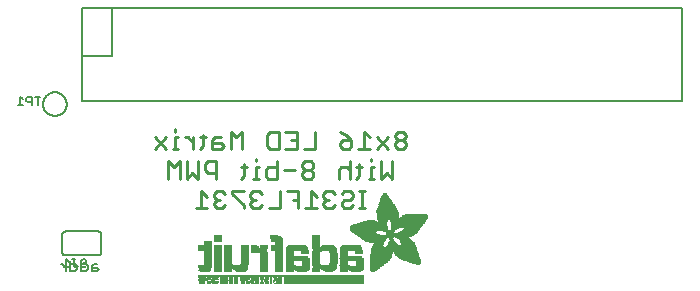
<source format=gbr>
G04 EAGLE Gerber RS-274X export*
G75*
%MOMM*%
%FSLAX34Y34*%
%LPD*%
%INSilkscreen Bottom*%
%IPPOS*%
%AMOC8*
5,1,8,0,0,1.08239X$1,22.5*%
G01*
%ADD10C,0.228600*%
%ADD11C,0.127000*%
%ADD12R,6.839700X0.016800*%
%ADD13R,0.268300X0.016800*%
%ADD14R,0.268200X0.016800*%
%ADD15R,0.251500X0.016800*%
%ADD16R,0.301800X0.016800*%
%ADD17R,0.251400X0.016800*%
%ADD18R,0.285000X0.016800*%
%ADD19R,0.301700X0.016800*%
%ADD20R,0.419100X0.016800*%
%ADD21R,0.318500X0.016800*%
%ADD22R,0.586700X0.016800*%
%ADD23R,0.586800X0.016800*%
%ADD24R,6.839700X0.016700*%
%ADD25R,0.268300X0.016700*%
%ADD26R,0.251400X0.016700*%
%ADD27R,0.251500X0.016700*%
%ADD28R,0.301800X0.016700*%
%ADD29R,0.285000X0.016700*%
%ADD30R,0.301700X0.016700*%
%ADD31R,0.419100X0.016700*%
%ADD32R,0.318500X0.016700*%
%ADD33R,0.586700X0.016700*%
%ADD34R,0.586800X0.016700*%
%ADD35R,0.318600X0.016800*%
%ADD36R,0.569900X0.016800*%
%ADD37R,0.335300X0.016800*%
%ADD38R,0.234700X0.016800*%
%ADD39R,0.234700X0.016700*%
%ADD40R,0.016700X0.016700*%
%ADD41R,0.318600X0.016700*%
%ADD42R,0.569900X0.016700*%
%ADD43R,0.335300X0.016700*%
%ADD44R,0.217900X0.016800*%
%ADD45R,0.033500X0.016800*%
%ADD46R,0.570000X0.016800*%
%ADD47R,0.201100X0.016700*%
%ADD48R,0.050300X0.016700*%
%ADD49R,0.670500X0.016700*%
%ADD50R,1.005800X0.016700*%
%ADD51R,0.570000X0.016700*%
%ADD52R,0.201100X0.016800*%
%ADD53R,0.067000X0.016800*%
%ADD54R,0.670500X0.016800*%
%ADD55R,1.005800X0.016800*%
%ADD56R,0.184400X0.016800*%
%ADD57R,0.989000X0.016800*%
%ADD58R,0.184400X0.016700*%
%ADD59R,0.067000X0.016700*%
%ADD60R,0.989000X0.016700*%
%ADD61R,0.167600X0.016800*%
%ADD62R,0.083800X0.016800*%
%ADD63R,0.637000X0.016800*%
%ADD64R,0.955500X0.016800*%
%ADD65R,0.150800X0.016800*%
%ADD66R,0.100600X0.016800*%
%ADD67R,0.536400X0.016800*%
%ADD68R,0.854900X0.016800*%
%ADD69R,0.150800X0.016700*%
%ADD70R,0.100600X0.016700*%
%ADD71R,0.352000X0.016700*%
%ADD72R,0.435900X0.016700*%
%ADD73R,0.402400X0.016700*%
%ADD74R,0.368800X0.016700*%
%ADD75R,0.134100X0.016800*%
%ADD76R,0.117300X0.016800*%
%ADD77R,0.435900X0.016800*%
%ADD78R,0.368900X0.016800*%
%ADD79R,0.603500X0.016800*%
%ADD80R,0.134100X0.016700*%
%ADD81R,0.117300X0.016700*%
%ADD82R,0.452600X0.016700*%
%ADD83R,0.620300X0.016700*%
%ADD84R,0.284900X0.016800*%
%ADD85R,0.486200X0.016800*%
%ADD86R,0.653800X0.016800*%
%ADD87R,0.804700X0.016800*%
%ADD88R,0.150900X0.016700*%
%ADD89R,0.268200X0.016700*%
%ADD90R,0.737600X0.016700*%
%ADD91R,0.603500X0.016700*%
%ADD92R,0.922000X0.016700*%
%ADD93R,0.150900X0.016800*%
%ADD94R,0.821400X0.016800*%
%ADD95R,0.972300X0.016800*%
%ADD96R,0.989100X0.016800*%
%ADD97R,0.083800X0.016700*%
%ADD98R,0.167600X0.016700*%
%ADD99R,0.821400X0.016700*%
%ADD100R,0.989100X0.016700*%
%ADD101R,0.201200X0.016700*%
%ADD102R,0.050300X0.016800*%
%ADD103R,0.201200X0.016800*%
%ADD104R,0.217900X0.016700*%
%ADD105R,0.284900X0.016700*%
%ADD106R,0.352100X0.016800*%
%ADD107R,0.620300X0.016800*%
%ADD108R,0.385600X0.016800*%
%ADD109R,0.335200X0.016800*%
%ADD110R,0.385600X0.016700*%
%ADD111R,0.687400X0.016700*%
%ADD112R,13.998000X0.016800*%
%ADD113R,13.998000X0.016700*%
%ADD114R,0.637000X0.016700*%
%ADD115R,0.486100X0.016700*%
%ADD116R,0.637100X0.016700*%
%ADD117R,0.519700X0.016700*%
%ADD118R,0.536500X0.016700*%
%ADD119R,0.787900X0.016800*%
%ADD120R,0.687400X0.016800*%
%ADD121R,0.771200X0.016800*%
%ADD122R,0.637100X0.016800*%
%ADD123R,0.720800X0.016800*%
%ADD124R,0.704100X0.016800*%
%ADD125R,0.754400X0.016800*%
%ADD126R,0.838200X0.016700*%
%ADD127R,0.871800X0.016700*%
%ADD128R,0.871700X0.016700*%
%ADD129R,0.402400X0.016800*%
%ADD130R,0.922100X0.016800*%
%ADD131R,0.938800X0.016800*%
%ADD132R,0.938800X0.016700*%
%ADD133R,1.022600X0.016700*%
%ADD134R,0.972400X0.016700*%
%ADD135R,0.972300X0.016700*%
%ADD136R,0.469400X0.016800*%
%ADD137R,1.072900X0.016800*%
%ADD138R,1.022600X0.016800*%
%ADD139R,1.005900X0.016800*%
%ADD140R,0.502900X0.016800*%
%ADD141R,1.123200X0.016800*%
%ADD142R,1.056200X0.016800*%
%ADD143R,1.123100X0.016800*%
%ADD144R,1.139900X0.016700*%
%ADD145R,1.089600X0.016700*%
%ADD146R,0.553200X0.016800*%
%ADD147R,1.190200X0.016800*%
%ADD148R,1.190300X0.016800*%
%ADD149R,1.039400X0.016800*%
%ADD150R,1.223700X0.016800*%
%ADD151R,1.173500X0.016800*%
%ADD152R,1.223800X0.016800*%
%ADD153R,1.240500X0.016700*%
%ADD154R,1.173500X0.016700*%
%ADD155R,1.240600X0.016700*%
%ADD156R,1.190300X0.016700*%
%ADD157R,1.056200X0.016700*%
%ADD158R,1.274100X0.016800*%
%ADD159R,1.274000X0.016800*%
%ADD160R,1.307600X0.016800*%
%ADD161R,1.257300X0.016800*%
%ADD162R,1.324400X0.016800*%
%ADD163R,0.687300X0.016700*%
%ADD164R,1.324400X0.016700*%
%ADD165R,1.307500X0.016700*%
%ADD166R,1.274100X0.016700*%
%ADD167R,1.072900X0.016700*%
%ADD168R,2.011600X0.016800*%
%ADD169R,1.324300X0.016800*%
%ADD170R,1.978100X0.016800*%
%ADD171R,2.011600X0.016700*%
%ADD172R,1.357900X0.016700*%
%ADD173R,1.994900X0.016700*%
%ADD174R,1.341200X0.016700*%
%ADD175R,1.089700X0.016700*%
%ADD176R,0.754300X0.016800*%
%ADD177R,1.994900X0.016800*%
%ADD178R,1.995000X0.016800*%
%ADD179R,1.089700X0.016800*%
%ADD180R,0.787900X0.016700*%
%ADD181R,1.995000X0.016700*%
%ADD182R,2.028400X0.016800*%
%ADD183R,2.011700X0.016800*%
%ADD184R,1.106500X0.016800*%
%ADD185R,2.028400X0.016700*%
%ADD186R,2.011700X0.016700*%
%ADD187R,1.106500X0.016700*%
%ADD188R,0.888400X0.016800*%
%ADD189R,0.922000X0.016800*%
%ADD190R,0.938700X0.016700*%
%ADD191R,2.045200X0.016800*%
%ADD192R,0.938700X0.016800*%
%ADD193R,0.670600X0.016700*%
%ADD194R,0.888500X0.016700*%
%ADD195R,2.045200X0.016700*%
%ADD196R,0.888400X0.016700*%
%ADD197R,0.804600X0.016800*%
%ADD198R,2.028500X0.016800*%
%ADD199R,1.056100X0.016700*%
%ADD200R,0.771100X0.016700*%
%ADD201R,0.754300X0.016700*%
%ADD202R,2.028500X0.016700*%
%ADD203R,0.737700X0.016700*%
%ADD204R,1.072800X0.016800*%
%ADD205R,0.871700X0.016800*%
%ADD206R,0.737600X0.016800*%
%ADD207R,0.871800X0.016800*%
%ADD208R,1.089600X0.016800*%
%ADD209R,0.704000X0.016800*%
%ADD210R,0.687300X0.016800*%
%ADD211R,0.670600X0.016800*%
%ADD212R,1.123100X0.016700*%
%ADD213R,0.720800X0.016700*%
%ADD214R,0.653700X0.016700*%
%ADD215R,0.653800X0.016700*%
%ADD216R,1.139900X0.016800*%
%ADD217R,1.173400X0.016800*%
%ADD218R,1.190200X0.016700*%
%ADD219R,1.207000X0.016800*%
%ADD220R,1.240500X0.016800*%
%ADD221R,0.469400X0.016700*%
%ADD222R,1.274000X0.016700*%
%ADD223R,0.519600X0.016800*%
%ADD224R,1.341100X0.016800*%
%ADD225R,0.771200X0.016700*%
%ADD226R,1.374600X0.016700*%
%ADD227R,0.838200X0.016800*%
%ADD228R,1.391400X0.016800*%
%ADD229R,1.424900X0.016800*%
%ADD230R,1.441700X0.016700*%
%ADD231R,1.475200X0.016800*%
%ADD232R,1.491900X0.016700*%
%ADD233R,1.525500X0.016800*%
%ADD234R,1.559000X0.016700*%
%ADD235R,1.575800X0.016800*%
%ADD236R,1.307600X0.016700*%
%ADD237R,1.592500X0.016700*%
%ADD238R,1.374700X0.016800*%
%ADD239R,1.609300X0.016800*%
%ADD240R,1.408200X0.016800*%
%ADD241R,1.626100X0.016800*%
%ADD242R,1.626100X0.016700*%
%ADD243R,1.508800X0.016800*%
%ADD244R,1.659600X0.016800*%
%ADD245R,1.559000X0.016800*%
%ADD246R,1.676400X0.016800*%
%ADD247R,1.575800X0.016700*%
%ADD248R,1.676400X0.016700*%
%ADD249R,1.978100X0.016700*%
%ADD250R,1.693100X0.016800*%
%ADD251R,1.642800X0.016800*%
%ADD252R,1.709900X0.016800*%
%ADD253R,1.961300X0.016800*%
%ADD254R,1.726600X0.016700*%
%ADD255R,1.961300X0.016700*%
%ADD256R,1.693200X0.016800*%
%ADD257R,1.726600X0.016800*%
%ADD258R,1.944600X0.016800*%
%ADD259R,1.726700X0.016700*%
%ADD260R,1.743400X0.016700*%
%ADD261R,1.944600X0.016700*%
%ADD262R,1.726700X0.016800*%
%ADD263R,1.760200X0.016800*%
%ADD264R,1.927800X0.016800*%
%ADD265R,1.911000X0.016800*%
%ADD266R,1.793700X0.016700*%
%ADD267R,1.776900X0.016700*%
%ADD268R,1.911100X0.016700*%
%ADD269R,1.894300X0.016700*%
%ADD270R,1.793800X0.016800*%
%ADD271R,1.776900X0.016800*%
%ADD272R,1.911100X0.016800*%
%ADD273R,1.894300X0.016800*%
%ADD274R,1.827300X0.016800*%
%ADD275R,1.810500X0.016800*%
%ADD276R,1.877500X0.016800*%
%ADD277R,1.844100X0.016700*%
%ADD278R,1.810500X0.016700*%
%ADD279R,1.860800X0.016700*%
%ADD280R,1.844000X0.016700*%
%ADD281R,1.860900X0.016800*%
%ADD282R,1.844000X0.016800*%
%ADD283R,1.827200X0.016800*%
%ADD284R,1.860800X0.016800*%
%ADD285R,1.793700X0.016800*%
%ADD286R,1.877600X0.016700*%
%ADD287R,1.827200X0.016700*%
%ADD288R,1.927800X0.016700*%
%ADD289R,1.927900X0.016800*%
%ADD290R,1.944700X0.016700*%
%ADD291R,1.877500X0.016700*%
%ADD292R,1.961400X0.016800*%
%ADD293R,1.961400X0.016700*%
%ADD294R,1.978200X0.016800*%
%ADD295R,1.911000X0.016700*%
%ADD296R,0.620200X0.016800*%
%ADD297R,1.425000X0.016800*%
%ADD298R,0.620200X0.016700*%
%ADD299R,1.425000X0.016700*%
%ADD300R,0.653700X0.016800*%
%ADD301R,0.704100X0.016700*%
%ADD302R,0.804700X0.016700*%
%ADD303R,0.905200X0.016800*%
%ADD304R,1.894400X0.016800*%
%ADD305R,1.927900X0.016700*%
%ADD306R,1.877600X0.016800*%
%ADD307R,3.889300X0.016800*%
%ADD308R,3.872500X0.016700*%
%ADD309R,3.872500X0.016800*%
%ADD310R,3.855700X0.016700*%
%ADD311R,0.754400X0.016700*%
%ADD312R,3.855700X0.016800*%
%ADD313R,3.839000X0.016800*%
%ADD314R,0.720900X0.016800*%
%ADD315R,3.822200X0.016700*%
%ADD316R,2.715700X0.016800*%
%ADD317R,2.632000X0.016800*%
%ADD318R,1.290800X0.016800*%
%ADD319R,2.615200X0.016700*%
%ADD320R,1.257300X0.016700*%
%ADD321R,2.581700X0.016800*%
%ADD322R,1.240600X0.016800*%
%ADD323R,2.564900X0.016800*%
%ADD324R,1.760300X0.016800*%
%ADD325R,2.531400X0.016700*%
%ADD326R,1.156700X0.016700*%
%ADD327R,2.514600X0.016800*%
%ADD328R,0.955600X0.016800*%
%ADD329R,2.497800X0.016800*%
%ADD330R,1.659700X0.016800*%
%ADD331R,2.464300X0.016700*%
%ADD332R,1.039300X0.016700*%
%ADD333R,2.447500X0.016800*%
%ADD334R,1.592500X0.016800*%
%ADD335R,0.536500X0.016800*%
%ADD336R,2.430800X0.016700*%
%ADD337R,1.559100X0.016700*%
%ADD338R,1.542300X0.016700*%
%ADD339R,0.502900X0.016700*%
%ADD340R,2.414000X0.016800*%
%ADD341R,0.905300X0.016800*%
%ADD342R,1.508700X0.016800*%
%ADD343R,0.888500X0.016800*%
%ADD344R,2.397300X0.016800*%
%ADD345R,1.441700X0.016800*%
%ADD346R,0.452700X0.016800*%
%ADD347R,1.290900X0.016700*%
%ADD348R,1.156700X0.016800*%
%ADD349R,0.855000X0.016800*%
%ADD350R,1.123200X0.016700*%
%ADD351R,0.720900X0.016700*%
%ADD352R,1.106400X0.016800*%
%ADD353R,1.106400X0.016700*%
%ADD354R,0.771100X0.016800*%
%ADD355R,0.435800X0.016700*%
%ADD356R,1.592600X0.016700*%
%ADD357R,0.435800X0.016800*%
%ADD358R,1.642900X0.016800*%
%ADD359R,0.402300X0.016800*%
%ADD360R,1.793800X0.016700*%
%ADD361R,0.368800X0.016800*%
%ADD362R,1.056100X0.016800*%
%ADD363R,1.039400X0.016700*%
%ADD364R,2.078800X0.016800*%
%ADD365R,0.335200X0.016700*%
%ADD366R,2.145800X0.016700*%
%ADD367R,2.162600X0.016800*%
%ADD368R,0.352000X0.016800*%
%ADD369R,2.212800X0.016800*%
%ADD370R,2.279900X0.016700*%
%ADD371R,2.330200X0.016800*%
%ADD372R,2.799500X0.016800*%
%ADD373R,2.816300X0.016700*%
%ADD374R,0.955500X0.016700*%
%ADD375R,2.849900X0.016800*%
%ADD376R,2.916900X0.016800*%
%ADD377R,4.224500X0.016700*%
%ADD378R,4.291600X0.016800*%
%ADD379R,4.409000X0.016800*%
%ADD380R,4.509500X0.016700*%
%ADD381R,4.526300X0.016800*%
%ADD382R,4.626800X0.016700*%
%ADD383R,4.693900X0.016800*%
%ADD384R,4.727400X0.016800*%
%ADD385R,2.548200X0.016700*%
%ADD386R,2.179300X0.016700*%
%ADD387R,2.430800X0.016800*%
%ADD388R,2.414000X0.016700*%
%ADD389R,2.414100X0.016800*%
%ADD390R,2.430700X0.016700*%
%ADD391R,2.447600X0.016700*%
%ADD392R,1.559100X0.016800*%
%ADD393R,1.525500X0.016700*%
%ADD394R,1.492000X0.016800*%
%ADD395R,1.491900X0.016800*%
%ADD396R,1.458500X0.016700*%
%ADD397R,2.061900X0.016800*%
%ADD398R,1.408100X0.016700*%
%ADD399R,0.905200X0.016700*%
%ADD400R,2.112300X0.016700*%
%ADD401R,2.179300X0.016800*%
%ADD402R,1.408200X0.016700*%
%ADD403R,2.212900X0.016700*%
%ADD404R,1.140000X0.016800*%
%ADD405R,3.319300X0.016800*%
%ADD406R,1.374700X0.016700*%
%ADD407R,0.402300X0.016700*%
%ADD408R,3.302500X0.016700*%
%ADD409R,3.285700X0.016800*%
%ADD410R,1.357900X0.016800*%
%ADD411R,3.269000X0.016800*%
%ADD412R,3.285800X0.016700*%
%ADD413R,3.268900X0.016800*%
%ADD414R,0.452700X0.016700*%
%ADD415R,3.268900X0.016700*%
%ADD416R,1.391400X0.016700*%
%ADD417R,3.269000X0.016700*%
%ADD418R,1.374600X0.016800*%
%ADD419R,0.519700X0.016800*%
%ADD420R,3.252200X0.016800*%
%ADD421R,3.235400X0.016800*%
%ADD422R,3.235400X0.016700*%
%ADD423R,3.218600X0.016800*%
%ADD424R,3.201900X0.016800*%
%ADD425R,3.201900X0.016700*%
%ADD426R,1.458500X0.016800*%
%ADD427R,1.525600X0.016800*%
%ADD428R,3.185100X0.016800*%
%ADD429R,2.531300X0.016700*%
%ADD430R,3.168400X0.016700*%
%ADD431R,2.531300X0.016800*%
%ADD432R,3.151600X0.016800*%
%ADD433R,2.548100X0.016800*%
%ADD434R,3.134900X0.016800*%
%ADD435R,2.564900X0.016700*%
%ADD436R,3.118100X0.016700*%
%ADD437R,2.581600X0.016800*%
%ADD438R,3.101400X0.016800*%
%ADD439R,2.598400X0.016700*%
%ADD440R,3.067900X0.016700*%
%ADD441R,2.598400X0.016800*%
%ADD442R,3.034300X0.016800*%
%ADD443R,2.615100X0.016800*%
%ADD444R,3.000800X0.016800*%
%ADD445R,2.631900X0.016700*%
%ADD446R,2.950500X0.016700*%
%ADD447R,2.648700X0.016800*%
%ADD448R,2.900200X0.016800*%
%ADD449R,2.665500X0.016800*%
%ADD450R,2.682200X0.016700*%
%ADD451R,2.799600X0.016700*%
%ADD452R,2.699000X0.016800*%
%ADD453R,2.732500X0.016800*%
%ADD454R,2.749300X0.016700*%
%ADD455R,2.632000X0.016700*%
%ADD456R,2.749300X0.016800*%
%ADD457R,2.766100X0.016700*%
%ADD458R,2.766100X0.016800*%
%ADD459R,2.481100X0.016800*%
%ADD460R,2.782900X0.016800*%
%ADD461R,2.380500X0.016700*%
%ADD462R,2.833100X0.016800*%
%ADD463R,1.592600X0.016800*%
%ADD464R,2.849900X0.016700*%
%ADD465R,2.883400X0.016800*%
%ADD466R,2.917000X0.016700*%
%ADD467R,2.933700X0.016800*%
%ADD468R,2.967200X0.016800*%
%ADD469R,2.967200X0.016700*%
%ADD470R,3.017500X0.016700*%
%ADD471R,3.051000X0.016800*%
%ADD472R,0.788000X0.016800*%
%ADD473R,3.084600X0.016800*%
%ADD474R,2.397300X0.016700*%
%ADD475R,2.397200X0.016800*%
%ADD476R,1.760200X0.016700*%
%ADD477R,2.397200X0.016700*%
%ADD478R,1.827300X0.016700*%
%ADD479R,2.380500X0.016800*%
%ADD480R,2.363700X0.016800*%
%ADD481R,2.363700X0.016700*%
%ADD482R,2.346900X0.016800*%
%ADD483R,2.296600X0.016700*%
%ADD484R,2.279900X0.016800*%
%ADD485R,2.246300X0.016800*%
%ADD486R,2.229600X0.016700*%
%ADD487R,2.129100X0.016800*%
%ADD488R,2.112300X0.016800*%
%ADD489R,1.609300X0.016700*%
%ADD490R,1.743400X0.016800*%
%ADD491R,1.693100X0.016700*%
%ADD492R,1.659700X0.016700*%
%ADD493R,1.575900X0.016800*%
%ADD494R,1.575900X0.016700*%
%ADD495R,1.475200X0.016700*%
%ADD496R,1.324300X0.016700*%
%ADD497R,1.290800X0.016700*%
%ADD498R,1.207000X0.016700*%
%ADD499R,0.854900X0.016700*%
%ADD500R,0.821500X0.016700*%
%ADD501R,0.821500X0.016800*%
%ADD502R,0.218000X0.016800*%
%ADD503C,0.203200*%
%ADD504C,0.152400*%


D10*
X345686Y197622D02*
X343271Y200037D01*
X338441Y200037D01*
X336026Y197622D01*
X336026Y195207D01*
X338441Y192792D01*
X336026Y190377D01*
X336026Y187962D01*
X338441Y185547D01*
X343271Y185547D01*
X345686Y187962D01*
X345686Y190377D01*
X343271Y192792D01*
X345686Y195207D01*
X345686Y197622D01*
X343271Y192792D02*
X338441Y192792D01*
X330250Y195207D02*
X320590Y185547D01*
X330250Y185547D02*
X320590Y195207D01*
X314814Y195207D02*
X309984Y200037D01*
X309984Y185547D01*
X314814Y185547D02*
X305153Y185547D01*
X294548Y197622D02*
X289717Y200037D01*
X294548Y197622D02*
X299378Y192792D01*
X299378Y187962D01*
X296963Y185547D01*
X292132Y185547D01*
X289717Y187962D01*
X289717Y190377D01*
X292132Y192792D01*
X299378Y192792D01*
X268506Y200037D02*
X268506Y185547D01*
X258845Y185547D01*
X253069Y200037D02*
X243409Y200037D01*
X253069Y200037D02*
X253069Y185547D01*
X243409Y185547D01*
X248239Y192792D02*
X253069Y192792D01*
X237633Y200037D02*
X237633Y185547D01*
X230388Y185547D01*
X227973Y187962D01*
X227973Y197622D01*
X230388Y200037D01*
X237633Y200037D01*
X206761Y200037D02*
X206761Y185547D01*
X201931Y195207D02*
X206761Y200037D01*
X201931Y195207D02*
X197101Y200037D01*
X197101Y185547D01*
X188910Y195207D02*
X184080Y195207D01*
X181665Y192792D01*
X181665Y185547D01*
X188910Y185547D01*
X191325Y187962D01*
X188910Y190377D01*
X181665Y190377D01*
X173474Y187962D02*
X173474Y197622D01*
X173474Y187962D02*
X171059Y185547D01*
X171059Y195207D02*
X175889Y195207D01*
X165598Y195207D02*
X165598Y185547D01*
X165598Y190377D02*
X160768Y195207D01*
X158353Y195207D01*
X152735Y195207D02*
X150320Y195207D01*
X150320Y185547D01*
X152735Y185547D02*
X147905Y185547D01*
X150320Y200037D02*
X150320Y202452D01*
X142444Y195207D02*
X132784Y185547D01*
X142444Y185547D02*
X132784Y195207D01*
X334109Y174891D02*
X334109Y160401D01*
X329279Y165231D01*
X324449Y160401D01*
X324449Y174891D01*
X318673Y170061D02*
X316258Y170061D01*
X316258Y160401D01*
X318673Y160401D02*
X313843Y160401D01*
X316258Y174891D02*
X316258Y177306D01*
X305967Y172476D02*
X305967Y162816D01*
X303552Y160401D01*
X303552Y170061D02*
X308382Y170061D01*
X298091Y174891D02*
X298091Y160401D01*
X298091Y167646D02*
X295676Y170061D01*
X290846Y170061D01*
X288431Y167646D01*
X288431Y160401D01*
X267219Y172476D02*
X264804Y174891D01*
X259974Y174891D01*
X257559Y172476D01*
X257559Y170061D01*
X259974Y167646D01*
X257559Y165231D01*
X257559Y162816D01*
X259974Y160401D01*
X264804Y160401D01*
X267219Y162816D01*
X267219Y165231D01*
X264804Y167646D01*
X267219Y170061D01*
X267219Y172476D01*
X264804Y167646D02*
X259974Y167646D01*
X251783Y167646D02*
X242123Y167646D01*
X236347Y174891D02*
X236347Y160401D01*
X229102Y160401D01*
X226687Y162816D01*
X226687Y167646D01*
X229102Y170061D01*
X236347Y170061D01*
X220911Y170061D02*
X218496Y170061D01*
X218496Y160401D01*
X220911Y160401D02*
X216081Y160401D01*
X218496Y174891D02*
X218496Y177306D01*
X208205Y172476D02*
X208205Y162816D01*
X205790Y160401D01*
X205790Y170061D02*
X210620Y170061D01*
X184894Y174891D02*
X184894Y160401D01*
X184894Y174891D02*
X177648Y174891D01*
X175233Y172476D01*
X175233Y167646D01*
X177648Y165231D01*
X184894Y165231D01*
X169458Y160401D02*
X169458Y174891D01*
X164627Y165231D02*
X169458Y160401D01*
X164627Y165231D02*
X159797Y160401D01*
X159797Y174891D01*
X154022Y174891D02*
X154022Y160401D01*
X149191Y170061D02*
X154022Y174891D01*
X149191Y170061D02*
X144361Y174891D01*
X144361Y160401D01*
X306125Y135255D02*
X310955Y135255D01*
X308540Y135255D02*
X308540Y149745D01*
X310955Y149745D02*
X306125Y149745D01*
X293419Y149745D02*
X291004Y147330D01*
X293419Y149745D02*
X298249Y149745D01*
X300664Y147330D01*
X300664Y144915D01*
X298249Y142500D01*
X293419Y142500D01*
X291004Y140085D01*
X291004Y137670D01*
X293419Y135255D01*
X298249Y135255D01*
X300664Y137670D01*
X285228Y147330D02*
X282813Y149745D01*
X277983Y149745D01*
X275568Y147330D01*
X275568Y144915D01*
X277983Y142500D01*
X280398Y142500D01*
X277983Y142500D02*
X275568Y140085D01*
X275568Y137670D01*
X277983Y135255D01*
X282813Y135255D01*
X285228Y137670D01*
X269792Y144915D02*
X264962Y149745D01*
X264962Y135255D01*
X269792Y135255D02*
X260132Y135255D01*
X254356Y135255D02*
X254356Y149745D01*
X244696Y149745D01*
X249526Y142500D02*
X254356Y142500D01*
X238920Y149745D02*
X238920Y135255D01*
X229260Y135255D01*
X223484Y147330D02*
X221069Y149745D01*
X216239Y149745D01*
X213823Y147330D01*
X213823Y144915D01*
X216239Y142500D01*
X218654Y142500D01*
X216239Y142500D02*
X213823Y140085D01*
X213823Y137670D01*
X216239Y135255D01*
X221069Y135255D01*
X223484Y137670D01*
X208048Y149745D02*
X198387Y149745D01*
X198387Y147330D01*
X208048Y137670D01*
X208048Y135255D01*
X192612Y147330D02*
X190197Y149745D01*
X185366Y149745D01*
X182951Y147330D01*
X182951Y144915D01*
X185366Y142500D01*
X187781Y142500D01*
X185366Y142500D02*
X182951Y140085D01*
X182951Y137670D01*
X185366Y135255D01*
X190197Y135255D01*
X192612Y137670D01*
X177176Y144915D02*
X172345Y149745D01*
X172345Y135255D01*
X167515Y135255D02*
X177176Y135255D01*
D11*
X84242Y87847D02*
X81276Y87847D01*
X79793Y86364D01*
X79793Y81915D01*
X84242Y81915D01*
X85725Y83398D01*
X84242Y84881D01*
X79793Y84881D01*
X70438Y81915D02*
X70438Y90813D01*
X70438Y81915D02*
X74887Y81915D01*
X76370Y83398D01*
X76370Y86364D01*
X74887Y87847D01*
X70438Y87847D01*
X61083Y90813D02*
X61083Y81915D01*
X65532Y81915D01*
X67015Y83398D01*
X67015Y86364D01*
X65532Y87847D01*
X61083Y87847D01*
X57659Y87847D02*
X57659Y81915D01*
X57659Y84881D02*
X54694Y87847D01*
X53211Y87847D01*
D12*
X275822Y71120D03*
D13*
X239276Y71120D03*
D14*
X235755Y71120D03*
D15*
X231313Y71120D03*
D13*
X227709Y71120D03*
D16*
X223685Y71120D03*
D17*
X219578Y71120D03*
D18*
X215722Y71120D03*
D19*
X211783Y71120D03*
D20*
X207173Y71120D03*
X201976Y71120D03*
D21*
X197282Y71120D03*
D18*
X193258Y71120D03*
X189403Y71120D03*
D22*
X183871Y71120D03*
D19*
X178423Y71120D03*
D23*
X172974Y71120D03*
D24*
X275822Y71288D03*
D25*
X239276Y71288D03*
D26*
X235839Y71288D03*
D27*
X231313Y71288D03*
D28*
X227541Y71288D03*
D29*
X223601Y71288D03*
D30*
X219662Y71288D03*
D29*
X215722Y71288D03*
D30*
X211783Y71288D03*
D31*
X207173Y71288D03*
X201976Y71288D03*
D32*
X197282Y71288D03*
D29*
X193258Y71288D03*
X189403Y71288D03*
D33*
X183871Y71288D03*
D32*
X178507Y71288D03*
D34*
X172974Y71288D03*
D12*
X275822Y71455D03*
D13*
X239276Y71455D03*
D17*
X235839Y71455D03*
D15*
X231313Y71455D03*
D35*
X227457Y71455D03*
D13*
X223518Y71455D03*
D21*
X219578Y71455D03*
D18*
X215722Y71455D03*
D21*
X211867Y71455D03*
D20*
X207173Y71455D03*
X201976Y71455D03*
D21*
X197282Y71455D03*
D18*
X193258Y71455D03*
X189403Y71455D03*
D36*
X183955Y71455D03*
D37*
X178423Y71455D03*
D23*
X172974Y71455D03*
D12*
X275822Y71623D03*
D13*
X239276Y71623D03*
D38*
X235923Y71623D03*
D15*
X231313Y71623D03*
D35*
X227457Y71623D03*
D13*
X223518Y71623D03*
D21*
X219578Y71623D03*
D17*
X215722Y71623D03*
D21*
X211867Y71623D03*
D20*
X207173Y71623D03*
X201976Y71623D03*
D21*
X197282Y71623D03*
D18*
X193258Y71623D03*
X189403Y71623D03*
D36*
X183955Y71623D03*
D37*
X178423Y71623D03*
D23*
X172974Y71623D03*
D24*
X275822Y71791D03*
D25*
X239276Y71791D03*
D39*
X235923Y71791D03*
D40*
X233660Y71791D03*
D27*
X231313Y71791D03*
D41*
X227457Y71791D03*
D25*
X223518Y71791D03*
D32*
X219578Y71791D03*
D26*
X215722Y71791D03*
D32*
X211867Y71791D03*
D31*
X207173Y71791D03*
X201976Y71791D03*
D32*
X197282Y71791D03*
D29*
X193258Y71791D03*
X189403Y71791D03*
D42*
X183955Y71791D03*
D43*
X178423Y71791D03*
D34*
X172974Y71791D03*
D12*
X275822Y71958D03*
D13*
X239276Y71958D03*
D44*
X236007Y71958D03*
D45*
X233744Y71958D03*
D15*
X231313Y71958D03*
D35*
X227457Y71958D03*
D13*
X223518Y71958D03*
D21*
X219578Y71958D03*
D17*
X215722Y71958D03*
D21*
X211867Y71958D03*
D20*
X207173Y71958D03*
X201976Y71958D03*
D19*
X197366Y71958D03*
D18*
X193258Y71958D03*
X189403Y71958D03*
D36*
X183955Y71958D03*
D37*
X178423Y71958D03*
D46*
X172890Y71958D03*
D12*
X275822Y72126D03*
D13*
X239276Y72126D03*
D44*
X236007Y72126D03*
D45*
X233744Y72126D03*
D15*
X231313Y72126D03*
D35*
X227457Y72126D03*
D13*
X223518Y72126D03*
D21*
X219578Y72126D03*
D17*
X215722Y72126D03*
D21*
X211867Y72126D03*
D20*
X207173Y72126D03*
X201976Y72126D03*
D19*
X197366Y72126D03*
D18*
X193258Y72126D03*
X189403Y72126D03*
D36*
X183955Y72126D03*
D37*
X178423Y72126D03*
D46*
X172890Y72126D03*
D24*
X275822Y72294D03*
D25*
X239276Y72294D03*
D47*
X236091Y72294D03*
D48*
X233828Y72294D03*
D27*
X231313Y72294D03*
D41*
X227457Y72294D03*
D25*
X223518Y72294D03*
D32*
X219578Y72294D03*
D49*
X213627Y72294D03*
D31*
X207173Y72294D03*
X201976Y72294D03*
D30*
X197366Y72294D03*
D28*
X193342Y72294D03*
D29*
X189403Y72294D03*
D50*
X181775Y72294D03*
D51*
X172890Y72294D03*
D12*
X275822Y72461D03*
D13*
X239276Y72461D03*
D52*
X236091Y72461D03*
D53*
X233911Y72461D03*
D15*
X231313Y72461D03*
D35*
X227457Y72461D03*
D15*
X223434Y72461D03*
D21*
X219578Y72461D03*
D54*
X213627Y72461D03*
D20*
X207173Y72461D03*
X201976Y72461D03*
D19*
X197366Y72461D03*
D16*
X193342Y72461D03*
D18*
X189403Y72461D03*
D55*
X181775Y72461D03*
D23*
X172974Y72461D03*
D12*
X275822Y72629D03*
D13*
X239276Y72629D03*
D56*
X236174Y72629D03*
D53*
X233911Y72629D03*
D15*
X231313Y72629D03*
D37*
X227374Y72629D03*
D15*
X223434Y72629D03*
D21*
X219578Y72629D03*
D54*
X213627Y72629D03*
D20*
X207173Y72629D03*
X201976Y72629D03*
D19*
X197366Y72629D03*
D16*
X193342Y72629D03*
D18*
X189403Y72629D03*
D57*
X181859Y72629D03*
D23*
X172974Y72629D03*
D24*
X275822Y72797D03*
D25*
X239276Y72797D03*
D58*
X236174Y72797D03*
D59*
X233911Y72797D03*
D27*
X231313Y72797D03*
D43*
X227374Y72797D03*
D27*
X223434Y72797D03*
D32*
X219578Y72797D03*
D49*
X213627Y72797D03*
D31*
X207173Y72797D03*
X201976Y72797D03*
D29*
X197449Y72797D03*
D41*
X193426Y72797D03*
D29*
X189403Y72797D03*
D60*
X181859Y72797D03*
D34*
X172974Y72797D03*
D12*
X275822Y72964D03*
D13*
X239276Y72964D03*
D61*
X236258Y72964D03*
D62*
X233995Y72964D03*
D15*
X231313Y72964D03*
D37*
X227374Y72964D03*
D15*
X223434Y72964D03*
D21*
X219578Y72964D03*
D63*
X213794Y72964D03*
D20*
X207173Y72964D03*
X201976Y72964D03*
D35*
X193426Y72964D03*
D18*
X189403Y72964D03*
D64*
X182027Y72964D03*
D23*
X172974Y72964D03*
D12*
X275822Y73132D03*
D13*
X239276Y73132D03*
D65*
X236342Y73132D03*
D66*
X234079Y73132D03*
D15*
X231313Y73132D03*
D37*
X227374Y73132D03*
D15*
X223434Y73132D03*
D21*
X219578Y73132D03*
D67*
X214297Y73132D03*
D20*
X207173Y73132D03*
X201976Y73132D03*
D37*
X193510Y73132D03*
D18*
X189403Y73132D03*
D68*
X182530Y73132D03*
D23*
X172974Y73132D03*
D24*
X275822Y73300D03*
D25*
X239276Y73300D03*
D69*
X236342Y73300D03*
D70*
X234079Y73300D03*
D27*
X231313Y73300D03*
D43*
X227374Y73300D03*
D27*
X223434Y73300D03*
D32*
X219578Y73300D03*
D71*
X215219Y73300D03*
D72*
X207257Y73300D03*
D31*
X201976Y73300D03*
D73*
X193845Y73300D03*
D29*
X189403Y73300D03*
D74*
X181943Y73300D03*
D34*
X172974Y73300D03*
D12*
X275822Y73467D03*
D13*
X239276Y73467D03*
D75*
X236426Y73467D03*
D76*
X234163Y73467D03*
D15*
X231313Y73467D03*
D37*
X227374Y73467D03*
D15*
X223434Y73467D03*
D21*
X219578Y73467D03*
D19*
X215471Y73467D03*
D77*
X207257Y73467D03*
D20*
X201976Y73467D03*
D78*
X193678Y73467D03*
D18*
X189403Y73467D03*
D21*
X182195Y73467D03*
D79*
X173058Y73467D03*
D24*
X275822Y73635D03*
D25*
X239276Y73635D03*
D80*
X236426Y73635D03*
D81*
X234163Y73635D03*
D27*
X231313Y73635D03*
D43*
X227374Y73635D03*
D27*
X223434Y73635D03*
D32*
X219578Y73635D03*
D30*
X215471Y73635D03*
D82*
X207340Y73635D03*
D31*
X201976Y73635D03*
D43*
X193510Y73635D03*
D29*
X189403Y73635D03*
D32*
X182195Y73635D03*
D83*
X173142Y73635D03*
D12*
X275822Y73802D03*
D13*
X239276Y73802D03*
D76*
X236510Y73802D03*
X234163Y73802D03*
D15*
X231313Y73802D03*
D37*
X227374Y73802D03*
D15*
X223434Y73802D03*
D21*
X219578Y73802D03*
D84*
X215555Y73802D03*
D85*
X207508Y73802D03*
D20*
X201976Y73802D03*
D14*
X197533Y73802D03*
D35*
X193426Y73802D03*
D18*
X189403Y73802D03*
D16*
X182278Y73802D03*
D86*
X173309Y73802D03*
D12*
X275822Y73970D03*
D13*
X239276Y73970D03*
D76*
X236510Y73970D03*
D75*
X234247Y73970D03*
D15*
X231313Y73970D03*
D37*
X227374Y73970D03*
D15*
X223434Y73970D03*
D21*
X219578Y73970D03*
D14*
X215638Y73970D03*
D63*
X208262Y73970D03*
D20*
X201976Y73970D03*
D19*
X197366Y73970D03*
D16*
X193342Y73970D03*
D18*
X189403Y73970D03*
D16*
X182278Y73970D03*
D87*
X174064Y73970D03*
D24*
X275822Y74138D03*
D25*
X239276Y74138D03*
D70*
X236593Y74138D03*
D88*
X234331Y74138D03*
D27*
X231313Y74138D03*
D43*
X227374Y74138D03*
D27*
X223434Y74138D03*
D32*
X219578Y74138D03*
D89*
X215638Y74138D03*
D90*
X208765Y74138D03*
D31*
X201976Y74138D03*
D30*
X197366Y74138D03*
D28*
X193342Y74138D03*
D29*
X189403Y74138D03*
D91*
X183787Y74138D03*
D92*
X174650Y74138D03*
D12*
X275822Y74305D03*
D13*
X239276Y74305D03*
D66*
X236593Y74305D03*
D93*
X234331Y74305D03*
D15*
X231313Y74305D03*
D37*
X227374Y74305D03*
D15*
X223434Y74305D03*
D21*
X219578Y74305D03*
D14*
X215638Y74305D03*
D94*
X209184Y74305D03*
D20*
X201976Y74305D03*
D21*
X197282Y74305D03*
D18*
X193258Y74305D03*
X189403Y74305D03*
D22*
X183871Y74305D03*
D95*
X174902Y74305D03*
D12*
X275822Y74473D03*
D13*
X239276Y74473D03*
D62*
X236677Y74473D03*
D61*
X234414Y74473D03*
D15*
X231313Y74473D03*
D35*
X227457Y74473D03*
D15*
X223434Y74473D03*
D21*
X219578Y74473D03*
D14*
X215638Y74473D03*
D94*
X209184Y74473D03*
D20*
X201976Y74473D03*
D21*
X197282Y74473D03*
D18*
X193258Y74473D03*
X189403Y74473D03*
D22*
X183871Y74473D03*
D96*
X174986Y74473D03*
D24*
X275822Y74641D03*
D25*
X239276Y74641D03*
D97*
X236677Y74641D03*
D98*
X234414Y74641D03*
D27*
X231313Y74641D03*
D41*
X227457Y74641D03*
D27*
X223434Y74641D03*
D32*
X219578Y74641D03*
D89*
X215638Y74641D03*
D99*
X209184Y74641D03*
D31*
X201976Y74641D03*
D32*
X197282Y74641D03*
D29*
X193258Y74641D03*
X189403Y74641D03*
D33*
X183871Y74641D03*
D100*
X174986Y74641D03*
D12*
X275822Y74808D03*
D13*
X239276Y74808D03*
D53*
X236761Y74808D03*
D56*
X234498Y74808D03*
D15*
X231313Y74808D03*
D35*
X227457Y74808D03*
D13*
X223518Y74808D03*
D21*
X219578Y74808D03*
D14*
X215638Y74808D03*
D94*
X209184Y74808D03*
D20*
X201976Y74808D03*
D21*
X197282Y74808D03*
D18*
X193258Y74808D03*
X189403Y74808D03*
D22*
X183871Y74808D03*
D96*
X174986Y74808D03*
D12*
X275822Y74976D03*
D13*
X239276Y74976D03*
D53*
X236761Y74976D03*
D56*
X234498Y74976D03*
D15*
X231313Y74976D03*
D35*
X227457Y74976D03*
D13*
X223518Y74976D03*
D21*
X219578Y74976D03*
D14*
X215638Y74976D03*
D94*
X209184Y74976D03*
D20*
X201976Y74976D03*
D21*
X197282Y74976D03*
D18*
X193258Y74976D03*
X189403Y74976D03*
D22*
X183871Y74976D03*
D96*
X174986Y74976D03*
D24*
X275822Y75144D03*
D25*
X239276Y75144D03*
D48*
X236845Y75144D03*
D101*
X234582Y75144D03*
D27*
X231313Y75144D03*
D41*
X227457Y75144D03*
D25*
X223518Y75144D03*
D32*
X219578Y75144D03*
D89*
X215638Y75144D03*
D30*
X211783Y75144D03*
D72*
X207257Y75144D03*
D31*
X201976Y75144D03*
D32*
X197282Y75144D03*
D29*
X193258Y75144D03*
X189403Y75144D03*
D33*
X183871Y75144D03*
D30*
X178423Y75144D03*
D34*
X172974Y75144D03*
D12*
X275822Y75311D03*
D13*
X239276Y75311D03*
D102*
X236845Y75311D03*
D103*
X234582Y75311D03*
D15*
X231313Y75311D03*
D35*
X227457Y75311D03*
D13*
X223518Y75311D03*
D21*
X219578Y75311D03*
D14*
X215638Y75311D03*
D84*
X211867Y75311D03*
D77*
X207257Y75311D03*
D20*
X201976Y75311D03*
D21*
X197282Y75311D03*
D18*
X193258Y75311D03*
X189403Y75311D03*
D22*
X183871Y75311D03*
D19*
X178423Y75311D03*
D23*
X172974Y75311D03*
D24*
X275822Y75479D03*
D25*
X239276Y75479D03*
D48*
X236845Y75479D03*
D104*
X234666Y75479D03*
D27*
X231313Y75479D03*
D41*
X227457Y75479D03*
D25*
X223518Y75479D03*
D32*
X219578Y75479D03*
D89*
X215638Y75479D03*
D105*
X211867Y75479D03*
D72*
X207257Y75479D03*
D31*
X201976Y75479D03*
D32*
X197282Y75479D03*
D29*
X193258Y75479D03*
X189403Y75479D03*
D33*
X183871Y75479D03*
D30*
X178423Y75479D03*
D34*
X172974Y75479D03*
D12*
X275822Y75646D03*
D13*
X239276Y75646D03*
D38*
X234750Y75646D03*
D15*
X231313Y75646D03*
D35*
X227457Y75646D03*
D13*
X223518Y75646D03*
D21*
X219578Y75646D03*
D14*
X215638Y75646D03*
D84*
X211867Y75646D03*
D77*
X207257Y75646D03*
D20*
X201976Y75646D03*
D21*
X197282Y75646D03*
D18*
X193258Y75646D03*
X189403Y75646D03*
D22*
X183871Y75646D03*
D19*
X178423Y75646D03*
D23*
X172974Y75646D03*
D12*
X275822Y75814D03*
D13*
X239276Y75814D03*
D38*
X234750Y75814D03*
D15*
X231313Y75814D03*
D16*
X227541Y75814D03*
D18*
X223601Y75814D03*
D21*
X219578Y75814D03*
D14*
X215638Y75814D03*
D84*
X211867Y75814D03*
D77*
X207257Y75814D03*
D20*
X201976Y75814D03*
D19*
X197366Y75814D03*
D18*
X193258Y75814D03*
X189403Y75814D03*
D22*
X183871Y75814D03*
D19*
X178423Y75814D03*
D23*
X172974Y75814D03*
D24*
X275822Y75982D03*
D25*
X239276Y75982D03*
D39*
X234750Y75982D03*
D27*
X231313Y75982D03*
D29*
X227625Y75982D03*
X223601Y75982D03*
D32*
X219578Y75982D03*
D89*
X215638Y75982D03*
D105*
X211867Y75982D03*
D72*
X207257Y75982D03*
D31*
X201976Y75982D03*
D30*
X197366Y75982D03*
D29*
X193258Y75982D03*
X189403Y75982D03*
D91*
X183787Y75982D03*
D30*
X178423Y75982D03*
D34*
X172974Y75982D03*
D12*
X275822Y76149D03*
D13*
X239276Y76149D03*
D17*
X234833Y76149D03*
D15*
X231313Y76149D03*
D16*
X223685Y76149D03*
D21*
X219578Y76149D03*
D14*
X215638Y76149D03*
D103*
X208430Y76149D03*
X200886Y76149D03*
D16*
X193342Y76149D03*
D18*
X189403Y76149D03*
D15*
X182027Y76149D03*
D79*
X173058Y76149D03*
D12*
X275822Y76317D03*
D13*
X239276Y76317D03*
D14*
X234917Y76317D03*
D15*
X231313Y76317D03*
D16*
X223685Y76317D03*
D21*
X219578Y76317D03*
D84*
X215555Y76317D03*
D103*
X208430Y76317D03*
X200886Y76317D03*
D35*
X193426Y76317D03*
D18*
X189403Y76317D03*
D15*
X182027Y76317D03*
D79*
X173058Y76317D03*
D24*
X275822Y76485D03*
D25*
X239276Y76485D03*
D89*
X234917Y76485D03*
D27*
X231313Y76485D03*
D32*
X223769Y76485D03*
X219578Y76485D03*
D105*
X215555Y76485D03*
D104*
X208514Y76485D03*
D101*
X200886Y76485D03*
D41*
X193426Y76485D03*
D29*
X189403Y76485D03*
D27*
X182027Y76485D03*
D83*
X173142Y76485D03*
D12*
X275822Y76652D03*
D13*
X239276Y76652D03*
D18*
X235001Y76652D03*
D15*
X231313Y76652D03*
D106*
X223937Y76652D03*
D21*
X219578Y76652D03*
D19*
X215471Y76652D03*
D38*
X208598Y76652D03*
D103*
X200886Y76652D03*
D37*
X193510Y76652D03*
D18*
X189403Y76652D03*
D14*
X181943Y76652D03*
D107*
X173142Y76652D03*
D12*
X275822Y76820D03*
D13*
X239276Y76820D03*
D18*
X235001Y76820D03*
D15*
X231313Y76820D03*
D108*
X224104Y76820D03*
D21*
X219578Y76820D03*
D109*
X215303Y76820D03*
D15*
X208682Y76820D03*
D103*
X200886Y76820D03*
D106*
X193594Y76820D03*
D18*
X189403Y76820D03*
D16*
X181775Y76820D03*
D86*
X173309Y76820D03*
D24*
X275822Y76988D03*
D25*
X239276Y76988D03*
D30*
X235085Y76988D03*
D27*
X231313Y76988D03*
D72*
X224356Y76988D03*
D32*
X219578Y76988D03*
D74*
X215135Y76988D03*
D29*
X208849Y76988D03*
D101*
X200886Y76988D03*
D110*
X193761Y76988D03*
D29*
X189403Y76988D03*
D43*
X181608Y76988D03*
D111*
X173477Y76988D03*
D112*
X240030Y77155D03*
X240030Y77323D03*
D113*
X240030Y77491D03*
D112*
X240030Y77658D03*
D113*
X240030Y77826D03*
D112*
X240030Y77993D03*
D102*
X317815Y81011D03*
D103*
X175908Y81011D03*
D101*
X317731Y81179D03*
D34*
X303398Y81179D03*
D114*
X292753Y81179D03*
D115*
X279929Y81179D03*
D83*
X269703Y81179D03*
D34*
X257632Y81179D03*
D114*
X247155Y81179D03*
D116*
X238438Y81179D03*
X225362Y81179D03*
D117*
X205497Y81179D03*
D116*
X195019Y81179D03*
D114*
X186469Y81179D03*
D118*
X175573Y81179D03*
D14*
X317731Y81346D03*
D119*
X303398Y81346D03*
D63*
X292753Y81346D03*
D120*
X280096Y81346D03*
D107*
X269703Y81346D03*
D121*
X257716Y81346D03*
D63*
X247155Y81346D03*
D122*
X238438Y81346D03*
X225362Y81346D03*
D123*
X205496Y81346D03*
D122*
X195019Y81346D03*
D63*
X186469Y81346D03*
D124*
X175238Y81346D03*
D16*
X317731Y81514D03*
D94*
X303398Y81514D03*
D63*
X292753Y81514D03*
D125*
X280096Y81514D03*
D107*
X269703Y81514D03*
D94*
X257632Y81514D03*
D63*
X247155Y81514D03*
D122*
X238438Y81514D03*
X225362Y81514D03*
D121*
X205580Y81514D03*
D122*
X195019Y81514D03*
D63*
X186469Y81514D03*
D121*
X175237Y81514D03*
D71*
X317815Y81682D03*
D92*
X303398Y81682D03*
D114*
X292753Y81682D03*
D126*
X280180Y81682D03*
D83*
X269703Y81682D03*
D92*
X257632Y81682D03*
D114*
X247155Y81682D03*
D116*
X238438Y81682D03*
X225362Y81682D03*
D127*
X205580Y81682D03*
D116*
X195019Y81682D03*
D114*
X186469Y81682D03*
D128*
X175070Y81682D03*
D129*
X317731Y81849D03*
D57*
X303398Y81849D03*
D63*
X292753Y81849D03*
D130*
X280264Y81849D03*
D107*
X269703Y81849D03*
D96*
X257633Y81849D03*
D63*
X247155Y81849D03*
D122*
X238438Y81849D03*
X225362Y81849D03*
D131*
X205580Y81849D03*
D122*
X195019Y81849D03*
D63*
X186469Y81849D03*
D95*
X174902Y81849D03*
D72*
X317899Y82017D03*
D50*
X303314Y82017D03*
D114*
X292753Y82017D03*
D132*
X280180Y82017D03*
D83*
X269703Y82017D03*
D133*
X257632Y82017D03*
D114*
X247155Y82017D03*
D116*
X238438Y82017D03*
X225362Y82017D03*
D134*
X205580Y82017D03*
D116*
X195019Y82017D03*
D114*
X186469Y82017D03*
D135*
X174902Y82017D03*
D136*
X317899Y82184D03*
D137*
X303315Y82184D03*
D63*
X292753Y82184D03*
D55*
X280180Y82184D03*
D107*
X269703Y82184D03*
D137*
X257549Y82184D03*
D63*
X247155Y82184D03*
D122*
X238438Y82184D03*
X225362Y82184D03*
D138*
X205496Y82184D03*
D122*
X195019Y82184D03*
D63*
X186469Y82184D03*
D139*
X175070Y82184D03*
D140*
X318067Y82352D03*
D141*
X303230Y82352D03*
D63*
X292753Y82352D03*
D142*
X280096Y82352D03*
D107*
X269703Y82352D03*
D143*
X257465Y82352D03*
D63*
X247155Y82352D03*
D122*
X238438Y82352D03*
X225362Y82352D03*
D142*
X205496Y82352D03*
D122*
X195019Y82352D03*
D63*
X186469Y82352D03*
D138*
X175153Y82352D03*
D118*
X318067Y82520D03*
D144*
X303147Y82520D03*
D114*
X292753Y82520D03*
D145*
X280096Y82520D03*
D83*
X269703Y82520D03*
D144*
X257549Y82520D03*
D114*
X247155Y82520D03*
D116*
X238438Y82520D03*
X225362Y82520D03*
D145*
X205496Y82520D03*
D116*
X195019Y82520D03*
D114*
X186469Y82520D03*
D133*
X175153Y82520D03*
D146*
X318150Y82687D03*
D147*
X303230Y82687D03*
D63*
X292753Y82687D03*
D141*
X280096Y82687D03*
D107*
X269703Y82687D03*
D148*
X257465Y82687D03*
D63*
X247155Y82687D03*
D122*
X238438Y82687D03*
X225362Y82687D03*
D141*
X205496Y82687D03*
D122*
X195019Y82687D03*
D63*
X186469Y82687D03*
D149*
X175237Y82687D03*
D79*
X318235Y82855D03*
D150*
X303063Y82855D03*
D63*
X292753Y82855D03*
D151*
X280013Y82855D03*
D107*
X269703Y82855D03*
D152*
X257297Y82855D03*
D63*
X247155Y82855D03*
D122*
X238438Y82855D03*
X225362Y82855D03*
D151*
X205413Y82855D03*
D122*
X195019Y82855D03*
D63*
X186469Y82855D03*
D142*
X175321Y82855D03*
D91*
X318235Y83023D03*
D153*
X302979Y83023D03*
D114*
X292753Y83023D03*
D154*
X280013Y83023D03*
D83*
X269703Y83023D03*
D155*
X257213Y83023D03*
D114*
X247155Y83023D03*
D116*
X238438Y83023D03*
X225362Y83023D03*
D156*
X205329Y83023D03*
D116*
X195019Y83023D03*
D114*
X186469Y83023D03*
D157*
X175321Y83023D03*
D63*
X318402Y83190D03*
D158*
X302979Y83190D03*
D63*
X292753Y83190D03*
D152*
X279928Y83190D03*
D107*
X269703Y83190D03*
D159*
X257213Y83190D03*
D63*
X247155Y83190D03*
D122*
X238438Y83190D03*
X225362Y83190D03*
D150*
X205329Y83190D03*
D122*
X195019Y83190D03*
D63*
X186469Y83190D03*
D137*
X175405Y83190D03*
D54*
X318570Y83358D03*
D160*
X302811Y83358D03*
D63*
X292753Y83358D03*
D161*
X279929Y83358D03*
D107*
X269703Y83358D03*
D162*
X257129Y83358D03*
D63*
X247155Y83358D03*
D122*
X238438Y83358D03*
X225362Y83358D03*
D161*
X205161Y83358D03*
D122*
X195019Y83358D03*
D63*
X186469Y83358D03*
D137*
X175405Y83358D03*
D163*
X318654Y83526D03*
D164*
X302895Y83526D03*
D114*
X292753Y83526D03*
D165*
X279845Y83526D03*
D83*
X269703Y83526D03*
D164*
X257129Y83526D03*
D114*
X247155Y83526D03*
D116*
X238438Y83526D03*
X225362Y83526D03*
D166*
X205245Y83526D03*
D116*
X195019Y83526D03*
D114*
X186469Y83526D03*
D167*
X175405Y83526D03*
D123*
X318821Y83693D03*
D168*
X299626Y83693D03*
D169*
X279761Y83693D03*
D107*
X269703Y83693D03*
D170*
X253861Y83693D03*
D122*
X238438Y83693D03*
X225362Y83693D03*
D160*
X205077Y83693D03*
D122*
X195019Y83693D03*
D63*
X186469Y83693D03*
D137*
X175405Y83693D03*
D90*
X318905Y83861D03*
D171*
X299626Y83861D03*
D172*
X279761Y83861D03*
D83*
X269703Y83861D03*
D173*
X253945Y83861D03*
D116*
X238438Y83861D03*
X225362Y83861D03*
D174*
X205077Y83861D03*
D116*
X195019Y83861D03*
D114*
X186469Y83861D03*
D175*
X175489Y83861D03*
D176*
X318989Y84028D03*
D168*
X299626Y84028D03*
D177*
X276576Y84028D03*
X253945Y84028D03*
D122*
X238438Y84028D03*
X225362Y84028D03*
D178*
X201808Y84028D03*
D63*
X186469Y84028D03*
D179*
X175489Y84028D03*
D119*
X319157Y84196D03*
D168*
X299626Y84196D03*
D177*
X276576Y84196D03*
X253945Y84196D03*
D122*
X238438Y84196D03*
X225362Y84196D03*
D178*
X201808Y84196D03*
D63*
X186469Y84196D03*
D179*
X175489Y84196D03*
D180*
X319157Y84364D03*
D171*
X299626Y84364D03*
D173*
X276576Y84364D03*
X253945Y84364D03*
D116*
X238438Y84364D03*
X225362Y84364D03*
D181*
X201808Y84364D03*
D114*
X186469Y84364D03*
D175*
X175489Y84364D03*
D94*
X319324Y84531D03*
D182*
X299710Y84531D03*
D183*
X276660Y84531D03*
D168*
X254028Y84531D03*
D122*
X238438Y84531D03*
X225362Y84531D03*
D183*
X201892Y84531D03*
D63*
X186469Y84531D03*
D179*
X175489Y84531D03*
D68*
X319492Y84699D03*
D182*
X299710Y84699D03*
X276743Y84699D03*
D168*
X254028Y84699D03*
D122*
X238438Y84699D03*
X225362Y84699D03*
D183*
X201892Y84699D03*
D63*
X186469Y84699D03*
D184*
X175573Y84699D03*
D128*
X319576Y84867D03*
D185*
X299710Y84867D03*
X276743Y84867D03*
D171*
X254028Y84867D03*
D116*
X238438Y84867D03*
X225362Y84867D03*
D186*
X201892Y84867D03*
D114*
X186469Y84867D03*
D187*
X175573Y84867D03*
D188*
X319659Y85034D03*
D182*
X299710Y85034D03*
X276743Y85034D03*
D168*
X254028Y85034D03*
D122*
X238438Y85034D03*
X225362Y85034D03*
D183*
X201892Y85034D03*
D63*
X186469Y85034D03*
D184*
X175573Y85034D03*
D189*
X319827Y85202D03*
D182*
X299710Y85202D03*
X276743Y85202D03*
X254112Y85202D03*
D122*
X238438Y85202D03*
X225362Y85202D03*
D183*
X201892Y85202D03*
D63*
X186469Y85202D03*
D184*
X175573Y85202D03*
D190*
X319911Y85370D03*
D185*
X299710Y85370D03*
X276743Y85370D03*
X254112Y85370D03*
D116*
X238438Y85370D03*
X225362Y85370D03*
D186*
X201892Y85370D03*
D114*
X186469Y85370D03*
D187*
X175573Y85370D03*
D64*
X319995Y85537D03*
D182*
X299710Y85537D03*
D191*
X276827Y85537D03*
D182*
X254112Y85537D03*
D122*
X238438Y85537D03*
X225362Y85537D03*
D183*
X201892Y85537D03*
D63*
X186469Y85537D03*
D184*
X175573Y85537D03*
D57*
X320162Y85705D03*
D124*
X306332Y85705D03*
D64*
X294346Y85705D03*
D191*
X276827Y85705D03*
D124*
X260734Y85705D03*
D192*
X248664Y85705D03*
D122*
X238438Y85705D03*
X225362Y85705D03*
D183*
X201892Y85705D03*
D63*
X186469Y85705D03*
D184*
X175573Y85705D03*
D50*
X320246Y85873D03*
D193*
X306499Y85873D03*
D194*
X294011Y85873D03*
D195*
X276827Y85873D03*
D163*
X260818Y85873D03*
D196*
X248412Y85873D03*
D116*
X238438Y85873D03*
X225362Y85873D03*
D186*
X201892Y85873D03*
D114*
X186469Y85873D03*
D187*
X175573Y85873D03*
D138*
X320330Y86040D03*
D86*
X306751Y86040D03*
D94*
X293675Y86040D03*
D191*
X276827Y86040D03*
D86*
X260985Y86040D03*
D197*
X247993Y86040D03*
D122*
X238438Y86040D03*
X225362Y86040D03*
D198*
X201976Y86040D03*
D63*
X186469Y86040D03*
D184*
X175573Y86040D03*
D199*
X320498Y86208D03*
D116*
X306835Y86208D03*
D200*
X293424Y86208D03*
D195*
X276827Y86208D03*
D114*
X261069Y86208D03*
D201*
X247742Y86208D03*
D116*
X238438Y86208D03*
X225362Y86208D03*
D202*
X201976Y86208D03*
D114*
X186469Y86208D03*
D203*
X177417Y86208D03*
D204*
X320581Y86375D03*
D122*
X306835Y86375D03*
D176*
X293340Y86375D03*
D125*
X283281Y86375D03*
D205*
X270960Y86375D03*
D63*
X261069Y86375D03*
D206*
X247658Y86375D03*
D122*
X238438Y86375D03*
X225362Y86375D03*
D125*
X208346Y86375D03*
D207*
X196192Y86375D03*
D63*
X186469Y86375D03*
D120*
X177668Y86375D03*
D208*
X320665Y86543D03*
D107*
X306919Y86543D03*
D209*
X293088Y86543D03*
D210*
X283617Y86543D03*
D119*
X270541Y86543D03*
D107*
X261153Y86543D03*
D210*
X247407Y86543D03*
D122*
X238438Y86543D03*
X225362Y86543D03*
D124*
X208598Y86543D03*
D87*
X195857Y86543D03*
D63*
X186469Y86543D03*
D211*
X177752Y86543D03*
D212*
X320833Y86711D03*
D83*
X306919Y86711D03*
D49*
X292921Y86711D03*
D193*
X283700Y86711D03*
D213*
X270205Y86711D03*
D83*
X261153Y86711D03*
D214*
X247239Y86711D03*
D116*
X238438Y86711D03*
X225362Y86711D03*
D163*
X208682Y86711D03*
D203*
X195522Y86711D03*
D114*
X186469Y86711D03*
D215*
X177836Y86711D03*
D216*
X320917Y86878D03*
D107*
X306919Y86878D03*
D63*
X292753Y86878D03*
D211*
X283868Y86878D03*
D124*
X270122Y86878D03*
D107*
X261153Y86878D03*
D63*
X247155Y86878D03*
D122*
X238438Y86878D03*
X225362Y86878D03*
D211*
X208765Y86878D03*
D124*
X195354Y86878D03*
D63*
X186469Y86878D03*
D86*
X177836Y86878D03*
D76*
X355702Y87046D03*
D217*
X321084Y87046D03*
D107*
X306919Y87046D03*
D63*
X292753Y87046D03*
D211*
X283868Y87046D03*
D86*
X269870Y87046D03*
D79*
X261237Y87046D03*
D63*
X247155Y87046D03*
D122*
X238438Y87046D03*
X225362Y87046D03*
D211*
X208765Y87046D03*
D86*
X195102Y87046D03*
D63*
X186469Y87046D03*
D86*
X177836Y87046D03*
D26*
X355534Y87214D03*
D218*
X321168Y87214D03*
D83*
X306919Y87214D03*
D114*
X292753Y87214D03*
D215*
X283952Y87214D03*
D83*
X269703Y87214D03*
D91*
X261237Y87214D03*
D114*
X247155Y87214D03*
D116*
X238438Y87214D03*
X225362Y87214D03*
D215*
X208849Y87214D03*
D116*
X195019Y87214D03*
D114*
X186469Y87214D03*
D116*
X177920Y87214D03*
D16*
X355618Y87381D03*
D219*
X321252Y87381D03*
D107*
X306919Y87381D03*
D63*
X292753Y87381D03*
D86*
X283952Y87381D03*
D107*
X269703Y87381D03*
D79*
X261237Y87381D03*
D63*
X247155Y87381D03*
D122*
X238438Y87381D03*
X225362Y87381D03*
D86*
X208849Y87381D03*
D122*
X195019Y87381D03*
D63*
X186469Y87381D03*
D122*
X177920Y87381D03*
D108*
X355366Y87549D03*
D220*
X321420Y87549D03*
D107*
X306919Y87549D03*
D63*
X292753Y87549D03*
D86*
X283952Y87549D03*
D107*
X269703Y87549D03*
D79*
X261237Y87549D03*
D63*
X247155Y87549D03*
D122*
X238438Y87549D03*
X225362Y87549D03*
D86*
X208849Y87549D03*
D122*
X195019Y87549D03*
D63*
X186469Y87549D03*
D122*
X177920Y87549D03*
D221*
X355115Y87717D03*
D222*
X321587Y87717D03*
D83*
X306919Y87717D03*
D114*
X292753Y87717D03*
D116*
X284036Y87717D03*
D83*
X269703Y87717D03*
D91*
X261237Y87717D03*
D114*
X247155Y87717D03*
D116*
X238438Y87717D03*
X225362Y87717D03*
D215*
X208849Y87717D03*
D116*
X195019Y87717D03*
D114*
X186469Y87717D03*
D116*
X177920Y87717D03*
D223*
X355031Y87884D03*
D159*
X321587Y87884D03*
D107*
X306919Y87884D03*
D63*
X292753Y87884D03*
D122*
X284036Y87884D03*
D107*
X269703Y87884D03*
D79*
X261237Y87884D03*
D63*
X247155Y87884D03*
D122*
X238438Y87884D03*
X225362Y87884D03*
D86*
X208849Y87884D03*
D122*
X195019Y87884D03*
D63*
X186469Y87884D03*
D122*
X177920Y87884D03*
D91*
X354780Y88052D03*
D165*
X321755Y88052D03*
D83*
X306919Y88052D03*
D114*
X292753Y88052D03*
X284203Y88052D03*
D83*
X269703Y88052D03*
D91*
X261237Y88052D03*
D114*
X247155Y88052D03*
D116*
X238438Y88052D03*
X225362Y88052D03*
D114*
X208933Y88052D03*
D116*
X195019Y88052D03*
D114*
X186469Y88052D03*
D116*
X177920Y88052D03*
D86*
X354528Y88219D03*
D169*
X321839Y88219D03*
D107*
X306919Y88219D03*
D63*
X292753Y88219D03*
X284203Y88219D03*
D107*
X269703Y88219D03*
D79*
X261237Y88219D03*
D63*
X247155Y88219D03*
D122*
X238438Y88219D03*
X225362Y88219D03*
D63*
X208933Y88219D03*
D122*
X195019Y88219D03*
D63*
X186469Y88219D03*
D122*
X177920Y88219D03*
D124*
X354445Y88387D03*
D224*
X321923Y88387D03*
D107*
X306919Y88387D03*
D63*
X292753Y88387D03*
X284203Y88387D03*
D107*
X269703Y88387D03*
D79*
X261237Y88387D03*
D63*
X247155Y88387D03*
D122*
X238438Y88387D03*
X225362Y88387D03*
D63*
X208933Y88387D03*
D122*
X195019Y88387D03*
D63*
X186469Y88387D03*
D122*
X177920Y88387D03*
D225*
X354109Y88555D03*
D226*
X322090Y88555D03*
D83*
X306919Y88555D03*
D114*
X292753Y88555D03*
X284203Y88555D03*
D83*
X269703Y88555D03*
D91*
X261237Y88555D03*
D114*
X247155Y88555D03*
D116*
X238438Y88555D03*
X225362Y88555D03*
D114*
X208933Y88555D03*
D116*
X195019Y88555D03*
D114*
X186469Y88555D03*
D116*
X177920Y88555D03*
D227*
X353941Y88722D03*
D228*
X322174Y88722D03*
D79*
X306835Y88722D03*
D63*
X292753Y88722D03*
X284203Y88722D03*
D107*
X269703Y88722D03*
D79*
X261237Y88722D03*
D63*
X247155Y88722D03*
D122*
X238438Y88722D03*
X225362Y88722D03*
D63*
X208933Y88722D03*
D122*
X195019Y88722D03*
D63*
X186469Y88722D03*
D122*
X177920Y88722D03*
D205*
X353774Y88890D03*
D229*
X322342Y88890D03*
D79*
X306835Y88890D03*
D63*
X292753Y88890D03*
X284203Y88890D03*
D107*
X269703Y88890D03*
D79*
X261237Y88890D03*
D63*
X247155Y88890D03*
D122*
X238438Y88890D03*
X225362Y88890D03*
D63*
X208933Y88890D03*
D122*
X195019Y88890D03*
D63*
X186469Y88890D03*
D122*
X177920Y88890D03*
D190*
X353439Y89058D03*
D230*
X322426Y89058D03*
D91*
X306835Y89058D03*
D114*
X292753Y89058D03*
X284203Y89058D03*
D83*
X269703Y89058D03*
X261153Y89058D03*
D114*
X247155Y89058D03*
D116*
X238438Y89058D03*
X225362Y89058D03*
D114*
X208933Y89058D03*
D116*
X195019Y89058D03*
D114*
X186469Y89058D03*
D116*
X177920Y89058D03*
D57*
X353187Y89225D03*
D231*
X322593Y89225D03*
D79*
X306835Y89225D03*
D63*
X292753Y89225D03*
X284203Y89225D03*
D107*
X269703Y89225D03*
X261153Y89225D03*
D63*
X247155Y89225D03*
D122*
X238438Y89225D03*
X225362Y89225D03*
D63*
X208933Y89225D03*
D122*
X195019Y89225D03*
D63*
X186469Y89225D03*
D122*
X177920Y89225D03*
D138*
X353019Y89393D03*
D231*
X322593Y89393D03*
D79*
X306835Y89393D03*
D63*
X292753Y89393D03*
X284203Y89393D03*
D107*
X269703Y89393D03*
X261153Y89393D03*
D63*
X247155Y89393D03*
D122*
X238438Y89393D03*
X225362Y89393D03*
D63*
X208933Y89393D03*
D122*
X195019Y89393D03*
D63*
X186469Y89393D03*
D122*
X177920Y89393D03*
D145*
X352684Y89561D03*
D232*
X322677Y89561D03*
D83*
X306751Y89561D03*
D114*
X292753Y89561D03*
X284203Y89561D03*
D83*
X269703Y89561D03*
D114*
X261069Y89561D03*
X247155Y89561D03*
D116*
X238438Y89561D03*
X225362Y89561D03*
D114*
X208933Y89561D03*
D116*
X195019Y89561D03*
D114*
X186469Y89561D03*
D116*
X177920Y89561D03*
D216*
X352433Y89728D03*
D233*
X322845Y89728D03*
D107*
X306751Y89728D03*
D63*
X292753Y89728D03*
X284203Y89728D03*
D107*
X269703Y89728D03*
D63*
X261069Y89728D03*
X247155Y89728D03*
D122*
X238438Y89728D03*
X225362Y89728D03*
D63*
X208933Y89728D03*
D122*
X195019Y89728D03*
D63*
X186469Y89728D03*
D122*
X177920Y89728D03*
D217*
X352265Y89896D03*
D233*
X322845Y89896D03*
D63*
X306667Y89896D03*
X292753Y89896D03*
X284203Y89896D03*
D107*
X269703Y89896D03*
D63*
X260901Y89896D03*
X247155Y89896D03*
D122*
X238438Y89896D03*
X225362Y89896D03*
D63*
X208933Y89896D03*
D122*
X195019Y89896D03*
D63*
X186469Y89896D03*
D122*
X177920Y89896D03*
D153*
X351930Y90064D03*
D234*
X323012Y90064D03*
D215*
X306583Y90064D03*
D114*
X292753Y90064D03*
X284203Y90064D03*
D83*
X269703Y90064D03*
D215*
X260817Y90064D03*
D114*
X247155Y90064D03*
D116*
X238438Y90064D03*
X225362Y90064D03*
D114*
X208933Y90064D03*
D116*
X195019Y90064D03*
D114*
X186469Y90064D03*
D116*
X177920Y90064D03*
D158*
X351595Y90231D03*
D235*
X323096Y90231D03*
D124*
X306332Y90231D03*
D63*
X292753Y90231D03*
X284203Y90231D03*
D107*
X269703Y90231D03*
D210*
X260650Y90231D03*
D63*
X247155Y90231D03*
D122*
X238438Y90231D03*
X225362Y90231D03*
D63*
X208933Y90231D03*
D122*
X195019Y90231D03*
D63*
X186469Y90231D03*
D122*
X177920Y90231D03*
D236*
X351427Y90399D03*
D237*
X323180Y90399D03*
D90*
X306164Y90399D03*
D114*
X292753Y90399D03*
X284203Y90399D03*
D83*
X269703Y90399D03*
D90*
X260398Y90399D03*
D114*
X247155Y90399D03*
D116*
X238438Y90399D03*
X225362Y90399D03*
D114*
X208933Y90399D03*
D116*
X195019Y90399D03*
D114*
X186469Y90399D03*
D116*
X177920Y90399D03*
D238*
X351092Y90566D03*
D239*
X323264Y90566D03*
D168*
X299626Y90566D03*
D63*
X284203Y90566D03*
D107*
X269703Y90566D03*
D177*
X253945Y90566D03*
D122*
X238438Y90566D03*
X225362Y90566D03*
D63*
X208933Y90566D03*
D122*
X195019Y90566D03*
D63*
X186469Y90566D03*
D122*
X177920Y90566D03*
D240*
X350756Y90734D03*
D241*
X323348Y90734D03*
D168*
X299626Y90734D03*
D63*
X284203Y90734D03*
D107*
X269703Y90734D03*
D177*
X253945Y90734D03*
D122*
X238438Y90734D03*
X225362Y90734D03*
D63*
X208933Y90734D03*
D122*
X195019Y90734D03*
D63*
X186469Y90734D03*
D122*
X177920Y90734D03*
D230*
X350589Y90902D03*
D242*
X323348Y90902D03*
D171*
X299626Y90902D03*
D114*
X284203Y90902D03*
D83*
X269703Y90902D03*
D173*
X253945Y90902D03*
D116*
X238438Y90902D03*
X225362Y90902D03*
D114*
X208933Y90902D03*
D116*
X195019Y90902D03*
D114*
X186469Y90902D03*
D116*
X177920Y90902D03*
D243*
X350253Y91069D03*
D244*
X323515Y91069D03*
D168*
X299626Y91069D03*
D63*
X284203Y91069D03*
D107*
X269703Y91069D03*
D177*
X253945Y91069D03*
D122*
X238438Y91069D03*
X225362Y91069D03*
D63*
X208933Y91069D03*
D122*
X195019Y91069D03*
D63*
X186469Y91069D03*
D122*
X177920Y91069D03*
D245*
X350002Y91237D03*
D246*
X323599Y91237D03*
D177*
X299543Y91237D03*
D63*
X284203Y91237D03*
D107*
X269703Y91237D03*
D170*
X253861Y91237D03*
D122*
X238438Y91237D03*
X225362Y91237D03*
D63*
X208933Y91237D03*
D122*
X195019Y91237D03*
D63*
X186469Y91237D03*
D122*
X177920Y91237D03*
D247*
X349750Y91405D03*
D248*
X323599Y91405D03*
D173*
X299543Y91405D03*
D114*
X284203Y91405D03*
D83*
X269703Y91405D03*
D249*
X253861Y91405D03*
D116*
X238438Y91405D03*
X225362Y91405D03*
D114*
X208933Y91405D03*
D116*
X195019Y91405D03*
D114*
X186469Y91405D03*
D116*
X177920Y91405D03*
D239*
X349583Y91572D03*
D250*
X323683Y91572D03*
D170*
X299459Y91572D03*
D63*
X284203Y91572D03*
D107*
X269703Y91572D03*
D170*
X253861Y91572D03*
D122*
X238438Y91572D03*
X225362Y91572D03*
D63*
X208933Y91572D03*
D122*
X195019Y91572D03*
D63*
X186469Y91572D03*
D122*
X177920Y91572D03*
D251*
X349415Y91740D03*
D252*
X323767Y91740D03*
D170*
X299459Y91740D03*
D63*
X284203Y91740D03*
D107*
X269703Y91740D03*
D253*
X253777Y91740D03*
D122*
X238438Y91740D03*
X225362Y91740D03*
D63*
X208933Y91740D03*
D122*
X195019Y91740D03*
D63*
X186469Y91740D03*
D122*
X177920Y91740D03*
D248*
X349247Y91908D03*
D254*
X323850Y91908D03*
D249*
X299459Y91908D03*
D114*
X284203Y91908D03*
D83*
X269703Y91908D03*
D255*
X253777Y91908D03*
D116*
X238438Y91908D03*
X225362Y91908D03*
D114*
X208933Y91908D03*
D116*
X195019Y91908D03*
D114*
X186469Y91908D03*
D116*
X177920Y91908D03*
D256*
X348996Y92075D03*
D257*
X323850Y92075D03*
D253*
X299375Y92075D03*
D63*
X284203Y92075D03*
D107*
X269703Y92075D03*
D258*
X253693Y92075D03*
D122*
X238438Y92075D03*
X225362Y92075D03*
D63*
X208933Y92075D03*
D122*
X195019Y92075D03*
D63*
X186469Y92075D03*
D122*
X177920Y92075D03*
D259*
X348661Y92243D03*
D260*
X323934Y92243D03*
D255*
X299375Y92243D03*
D114*
X284203Y92243D03*
D83*
X269703Y92243D03*
D261*
X253693Y92243D03*
D116*
X238438Y92243D03*
X225362Y92243D03*
D114*
X208933Y92243D03*
D116*
X195019Y92243D03*
D114*
X186469Y92243D03*
D116*
X177920Y92243D03*
D262*
X348661Y92410D03*
D263*
X324018Y92410D03*
D258*
X299291Y92410D03*
D63*
X284203Y92410D03*
D107*
X269703Y92410D03*
D264*
X253609Y92410D03*
D122*
X238438Y92410D03*
X225362Y92410D03*
D63*
X208933Y92410D03*
D122*
X195019Y92410D03*
D63*
X186469Y92410D03*
D122*
X177920Y92410D03*
D263*
X348493Y92578D03*
X324018Y92578D03*
D264*
X299207Y92578D03*
D63*
X284203Y92578D03*
D107*
X269703Y92578D03*
D265*
X253525Y92578D03*
D122*
X238438Y92578D03*
X225362Y92578D03*
D63*
X208933Y92578D03*
D122*
X195019Y92578D03*
D63*
X186469Y92578D03*
D122*
X177920Y92578D03*
D266*
X348326Y92746D03*
D267*
X324102Y92746D03*
D268*
X299124Y92746D03*
D114*
X284203Y92746D03*
D83*
X269703Y92746D03*
D269*
X253442Y92746D03*
D116*
X238438Y92746D03*
X225362Y92746D03*
D114*
X208933Y92746D03*
D116*
X195019Y92746D03*
D114*
X186469Y92746D03*
D116*
X177920Y92746D03*
D270*
X348158Y92913D03*
D271*
X324102Y92913D03*
D272*
X299124Y92913D03*
D63*
X284203Y92913D03*
D107*
X269703Y92913D03*
D273*
X253442Y92913D03*
D122*
X238438Y92913D03*
X225362Y92913D03*
D63*
X208933Y92913D03*
D122*
X195019Y92913D03*
D63*
X186469Y92913D03*
D122*
X177920Y92913D03*
D274*
X347991Y93081D03*
D275*
X324270Y93081D03*
D276*
X298956Y93081D03*
D63*
X284203Y93081D03*
D107*
X269703Y93081D03*
D276*
X253358Y93081D03*
D122*
X238438Y93081D03*
X225362Y93081D03*
D63*
X208933Y93081D03*
D122*
X195019Y93081D03*
D63*
X186469Y93081D03*
D122*
X177920Y93081D03*
D277*
X347907Y93249D03*
D278*
X324270Y93249D03*
D279*
X298872Y93249D03*
D114*
X284203Y93249D03*
D83*
X269703Y93249D03*
D280*
X253190Y93249D03*
D116*
X238438Y93249D03*
X225362Y93249D03*
D114*
X208933Y93249D03*
D116*
X195019Y93249D03*
D114*
X186469Y93249D03*
D116*
X177920Y93249D03*
D281*
X347823Y93416D03*
D275*
X324270Y93416D03*
D282*
X298788Y93416D03*
D63*
X284203Y93416D03*
D107*
X269703Y93416D03*
D283*
X253106Y93416D03*
D122*
X238438Y93416D03*
X225362Y93416D03*
D63*
X208933Y93416D03*
D122*
X195019Y93416D03*
D63*
X186469Y93416D03*
D122*
X177920Y93416D03*
D284*
X347655Y93584D03*
D283*
X324353Y93584D03*
D275*
X298621Y93584D03*
D63*
X284203Y93584D03*
D107*
X269703Y93584D03*
D285*
X252939Y93584D03*
D122*
X238438Y93584D03*
X225362Y93584D03*
D63*
X208933Y93584D03*
D122*
X195019Y93584D03*
D63*
X186469Y93584D03*
D122*
X177920Y93584D03*
D286*
X347571Y93752D03*
D287*
X324353Y93752D03*
D267*
X298453Y93752D03*
D114*
X284203Y93752D03*
D83*
X269703Y93752D03*
D267*
X252855Y93752D03*
D116*
X238438Y93752D03*
X225362Y93752D03*
D114*
X208933Y93752D03*
D116*
X195019Y93752D03*
D114*
X186469Y93752D03*
D116*
X177920Y93752D03*
D273*
X347320Y93919D03*
D282*
X324437Y93919D03*
D139*
X301806Y93919D03*
D63*
X292753Y93919D03*
X284203Y93919D03*
D107*
X269703Y93919D03*
D138*
X256123Y93919D03*
D63*
X247155Y93919D03*
D122*
X238438Y93919D03*
X225362Y93919D03*
D63*
X208933Y93919D03*
D122*
X195019Y93919D03*
D63*
X186469Y93919D03*
D122*
X177920Y93919D03*
D272*
X347236Y94087D03*
D284*
X324521Y94087D03*
D87*
X302141Y94087D03*
D63*
X292753Y94087D03*
X284203Y94087D03*
D107*
X269703Y94087D03*
D197*
X256375Y94087D03*
D63*
X247155Y94087D03*
D122*
X238438Y94087D03*
X225362Y94087D03*
D63*
X208933Y94087D03*
D122*
X195019Y94087D03*
D63*
X186469Y94087D03*
D122*
X177920Y94087D03*
D288*
X347152Y94255D03*
D279*
X324521Y94255D03*
D215*
X302224Y94255D03*
D114*
X292753Y94255D03*
X284203Y94255D03*
D83*
X269703Y94255D03*
D116*
X256543Y94255D03*
D114*
X247155Y94255D03*
D116*
X238438Y94255D03*
X225362Y94255D03*
D114*
X208933Y94255D03*
D116*
X195019Y94255D03*
D114*
X186469Y94255D03*
D116*
X177920Y94255D03*
D289*
X346985Y94422D03*
D284*
X324521Y94422D03*
D63*
X292753Y94422D03*
X284203Y94422D03*
D107*
X269703Y94422D03*
D63*
X247155Y94422D03*
D122*
X238438Y94422D03*
X225362Y94422D03*
D63*
X208933Y94422D03*
D122*
X195019Y94422D03*
D63*
X186469Y94422D03*
D122*
X177920Y94422D03*
D290*
X346901Y94590D03*
D291*
X324605Y94590D03*
D114*
X292753Y94590D03*
X284203Y94590D03*
D83*
X269703Y94590D03*
D114*
X247155Y94590D03*
D116*
X238438Y94590D03*
X225362Y94590D03*
D114*
X208933Y94590D03*
D116*
X195019Y94590D03*
D114*
X186469Y94590D03*
D116*
X177920Y94590D03*
D292*
X346817Y94757D03*
D276*
X324605Y94757D03*
D63*
X292753Y94757D03*
X284203Y94757D03*
D107*
X269703Y94757D03*
D63*
X247155Y94757D03*
D122*
X238438Y94757D03*
X225362Y94757D03*
D63*
X208933Y94757D03*
D122*
X195019Y94757D03*
D63*
X186469Y94757D03*
D122*
X177920Y94757D03*
D292*
X346817Y94925D03*
D276*
X324605Y94925D03*
D63*
X292753Y94925D03*
X284203Y94925D03*
D107*
X269703Y94925D03*
D63*
X247155Y94925D03*
D122*
X238438Y94925D03*
X225362Y94925D03*
D63*
X208933Y94925D03*
D122*
X195019Y94925D03*
D63*
X186469Y94925D03*
D122*
X177920Y94925D03*
D293*
X346649Y95093D03*
D269*
X324689Y95093D03*
D114*
X292753Y95093D03*
X284203Y95093D03*
D83*
X269703Y95093D03*
D114*
X247155Y95093D03*
D116*
X238438Y95093D03*
X225362Y95093D03*
D114*
X208933Y95093D03*
D116*
X195019Y95093D03*
D114*
X186469Y95093D03*
D116*
X177920Y95093D03*
D294*
X346565Y95260D03*
D273*
X324689Y95260D03*
D63*
X292753Y95260D03*
X284203Y95260D03*
D107*
X269703Y95260D03*
D63*
X247155Y95260D03*
D122*
X238438Y95260D03*
X225362Y95260D03*
D63*
X208933Y95260D03*
D122*
X195019Y95260D03*
D63*
X186469Y95260D03*
D122*
X177920Y95260D03*
D170*
X346398Y95428D03*
D265*
X324772Y95428D03*
D63*
X292753Y95428D03*
X284203Y95428D03*
D107*
X269703Y95428D03*
D63*
X247155Y95428D03*
D122*
X238438Y95428D03*
X225362Y95428D03*
D63*
X208933Y95428D03*
D122*
X195019Y95428D03*
D63*
X186469Y95428D03*
D122*
X177920Y95428D03*
D173*
X346314Y95596D03*
D295*
X324772Y95596D03*
D114*
X292753Y95596D03*
X284203Y95596D03*
D83*
X269703Y95596D03*
D114*
X247155Y95596D03*
D116*
X238438Y95596D03*
X225362Y95596D03*
D114*
X208933Y95596D03*
D116*
X195019Y95596D03*
D114*
X186469Y95596D03*
D116*
X177920Y95596D03*
D177*
X346314Y95763D03*
D265*
X324772Y95763D03*
D63*
X292753Y95763D03*
X284203Y95763D03*
D107*
X269703Y95763D03*
D63*
X247155Y95763D03*
D122*
X238438Y95763D03*
X225362Y95763D03*
D63*
X208933Y95763D03*
D122*
X195019Y95763D03*
D63*
X186469Y95763D03*
D122*
X177920Y95763D03*
D177*
X346147Y95931D03*
D265*
X324772Y95931D03*
D63*
X292753Y95931D03*
X284203Y95931D03*
D107*
X269703Y95931D03*
D63*
X247155Y95931D03*
D122*
X238438Y95931D03*
X225362Y95931D03*
D63*
X208933Y95931D03*
D122*
X195019Y95931D03*
D63*
X186469Y95931D03*
D122*
X177920Y95931D03*
D186*
X346063Y96099D03*
D288*
X324856Y96099D03*
D114*
X292753Y96099D03*
X284203Y96099D03*
D83*
X269703Y96099D03*
D114*
X247155Y96099D03*
D116*
X238438Y96099D03*
X225362Y96099D03*
D114*
X208933Y96099D03*
D116*
X195019Y96099D03*
D114*
X186469Y96099D03*
D116*
X177920Y96099D03*
D183*
X346063Y96266D03*
D264*
X324856Y96266D03*
D63*
X292753Y96266D03*
X284203Y96266D03*
D107*
X269703Y96266D03*
D63*
X247155Y96266D03*
D122*
X238438Y96266D03*
X225362Y96266D03*
D63*
X208933Y96266D03*
D122*
X195019Y96266D03*
D63*
X186469Y96266D03*
D122*
X177920Y96266D03*
D202*
X345979Y96434D03*
D288*
X324856Y96434D03*
D114*
X292753Y96434D03*
X284203Y96434D03*
D83*
X269703Y96434D03*
D114*
X247155Y96434D03*
D116*
X238438Y96434D03*
X225362Y96434D03*
D114*
X208933Y96434D03*
D116*
X195019Y96434D03*
D114*
X186469Y96434D03*
D116*
X177920Y96434D03*
D183*
X345895Y96601D03*
D264*
X324856Y96601D03*
D79*
X306164Y96601D03*
D63*
X292753Y96601D03*
X284203Y96601D03*
D107*
X269703Y96601D03*
D79*
X260399Y96601D03*
D63*
X247155Y96601D03*
D122*
X238438Y96601D03*
D86*
X225278Y96601D03*
D63*
X208933Y96601D03*
D122*
X195019Y96601D03*
D63*
X186469Y96601D03*
D122*
X177920Y96601D03*
D182*
X345811Y96769D03*
D264*
X324856Y96769D03*
D79*
X306164Y96769D03*
D63*
X292753Y96769D03*
X284203Y96769D03*
D107*
X269703Y96769D03*
D79*
X260399Y96769D03*
D63*
X247155Y96769D03*
D122*
X238438Y96769D03*
D211*
X225194Y96769D03*
D63*
X208933Y96769D03*
D122*
X195019Y96769D03*
D63*
X186469Y96769D03*
D122*
X177920Y96769D03*
D185*
X345643Y96937D03*
D288*
X324856Y96937D03*
D91*
X306164Y96937D03*
D114*
X292753Y96937D03*
D116*
X284036Y96937D03*
D83*
X269703Y96937D03*
D91*
X260399Y96937D03*
D114*
X247155Y96937D03*
D116*
X238438Y96937D03*
D203*
X224859Y96937D03*
D114*
X208933Y96937D03*
D116*
X195019Y96937D03*
D114*
X186469Y96937D03*
D116*
X177920Y96937D03*
D182*
X345643Y97104D03*
D272*
X324940Y97104D03*
D79*
X306164Y97104D03*
D63*
X292753Y97104D03*
D122*
X284036Y97104D03*
D107*
X269703Y97104D03*
D79*
X260399Y97104D03*
D63*
X247155Y97104D03*
D122*
X238438Y97104D03*
D87*
X224524Y97104D03*
D63*
X208933Y97104D03*
D122*
X195019Y97104D03*
D63*
X186469Y97104D03*
D122*
X177920Y97104D03*
D182*
X345643Y97272D03*
D272*
X324940Y97272D03*
D79*
X306164Y97272D03*
D63*
X292753Y97272D03*
D122*
X284036Y97272D03*
D107*
X269703Y97272D03*
D79*
X260399Y97272D03*
D63*
X247155Y97272D03*
D122*
X238438Y97272D03*
D227*
X224356Y97272D03*
D63*
X208933Y97272D03*
D122*
X195019Y97272D03*
D63*
X186469Y97272D03*
D122*
X177920Y97272D03*
D202*
X345476Y97440D03*
D268*
X324940Y97440D03*
D91*
X306164Y97440D03*
D215*
X292837Y97440D03*
X283952Y97440D03*
D83*
X269703Y97440D03*
D91*
X260399Y97440D03*
D114*
X247155Y97440D03*
D116*
X238438Y97440D03*
D135*
X223686Y97440D03*
D114*
X208933Y97440D03*
D116*
X195019Y97440D03*
D114*
X186469Y97440D03*
D116*
X177920Y97440D03*
D198*
X345476Y97607D03*
D289*
X325024Y97607D03*
D296*
X306080Y97607D03*
D86*
X292837Y97607D03*
X283952Y97607D03*
D107*
X269703Y97607D03*
X260315Y97607D03*
D63*
X247155Y97607D03*
D122*
X238438Y97607D03*
D297*
X221422Y97607D03*
D63*
X208933Y97607D03*
D122*
X195019Y97607D03*
D63*
X186469Y97607D03*
D122*
X177920Y97607D03*
D198*
X345476Y97775D03*
D289*
X325024Y97775D03*
D296*
X306080Y97775D03*
D86*
X292837Y97775D03*
X283952Y97775D03*
D107*
X269703Y97775D03*
X260315Y97775D03*
D63*
X247155Y97775D03*
D122*
X238438Y97775D03*
D297*
X221422Y97775D03*
D63*
X208933Y97775D03*
D122*
X195019Y97775D03*
D63*
X186469Y97775D03*
D122*
X177920Y97775D03*
D195*
X345392Y97943D03*
D268*
X325108Y97943D03*
D298*
X306080Y97943D03*
D215*
X292837Y97943D03*
X283784Y97943D03*
D193*
X269954Y97943D03*
D83*
X260315Y97943D03*
D114*
X247155Y97943D03*
D116*
X238438Y97943D03*
D299*
X221422Y97943D03*
D114*
X208933Y97943D03*
D116*
X195019Y97943D03*
D114*
X186469Y97943D03*
D116*
X177920Y97943D03*
D191*
X345224Y98110D03*
D272*
X325108Y98110D03*
D63*
X305996Y98110D03*
D54*
X292921Y98110D03*
D211*
X283700Y98110D03*
D124*
X270122Y98110D03*
D107*
X260315Y98110D03*
D300*
X247239Y98110D03*
D122*
X238438Y98110D03*
D297*
X221422Y98110D03*
D63*
X208933Y98110D03*
D122*
X195019Y98110D03*
D63*
X186469Y98110D03*
D122*
X177920Y98110D03*
D191*
X345224Y98278D03*
D272*
X325108Y98278D03*
D107*
X305913Y98278D03*
D54*
X292921Y98278D03*
D210*
X283617Y98278D03*
D206*
X270289Y98278D03*
D79*
X260231Y98278D03*
D300*
X247239Y98278D03*
D122*
X238438Y98278D03*
D297*
X221422Y98278D03*
D63*
X208933Y98278D03*
D122*
X195019Y98278D03*
D63*
X186469Y98278D03*
D122*
X177920Y98278D03*
D185*
X345140Y98446D03*
D268*
X325108Y98446D03*
D83*
X305913Y98446D03*
D215*
X293004Y98446D03*
D301*
X283533Y98446D03*
D302*
X270625Y98446D03*
D83*
X260147Y98446D03*
D214*
X247239Y98446D03*
D116*
X238438Y98446D03*
D299*
X221422Y98446D03*
D114*
X208933Y98446D03*
D116*
X195019Y98446D03*
D114*
X186469Y98446D03*
D116*
X177920Y98446D03*
D182*
X345140Y98613D03*
D272*
X325108Y98613D03*
D86*
X305745Y98613D03*
D211*
X293088Y98613D03*
D87*
X283030Y98613D03*
D303*
X271127Y98613D03*
D63*
X260063Y98613D03*
D210*
X247407Y98613D03*
D122*
X238438Y98613D03*
D297*
X221422Y98613D03*
D63*
X208933Y98613D03*
D122*
X195019Y98613D03*
D63*
X186469Y98613D03*
D122*
X177920Y98613D03*
D195*
X345056Y98781D03*
D268*
X325108Y98781D03*
D215*
X305745Y98781D03*
D163*
X293172Y98781D03*
D195*
X276827Y98781D03*
D215*
X259979Y98781D03*
D163*
X247407Y98781D03*
D175*
X236175Y98781D03*
D299*
X221422Y98781D03*
D114*
X208933Y98781D03*
D116*
X195019Y98781D03*
D114*
X186469Y98781D03*
D187*
X175573Y98781D03*
D191*
X345056Y98948D03*
D272*
X325108Y98948D03*
D289*
X299375Y98948D03*
D191*
X276827Y98948D03*
D264*
X253609Y98948D03*
D179*
X236175Y98948D03*
D297*
X221422Y98948D03*
D63*
X208933Y98948D03*
D122*
X195019Y98948D03*
D63*
X186469Y98948D03*
D184*
X175573Y98948D03*
D198*
X344973Y99116D03*
D304*
X325191Y99116D03*
D289*
X299375Y99116D03*
D182*
X276743Y99116D03*
D264*
X253609Y99116D03*
D179*
X236175Y99116D03*
D297*
X221422Y99116D03*
D63*
X208933Y99116D03*
D122*
X195019Y99116D03*
D63*
X186469Y99116D03*
D184*
X175573Y99116D03*
D202*
X344973Y99284D03*
D286*
X325107Y99284D03*
D305*
X299375Y99284D03*
D185*
X276743Y99284D03*
D288*
X253609Y99284D03*
D175*
X236175Y99284D03*
D299*
X221422Y99284D03*
D114*
X208933Y99284D03*
D116*
X195019Y99284D03*
D114*
X186469Y99284D03*
D187*
X175573Y99284D03*
D191*
X344889Y99451D03*
D306*
X325107Y99451D03*
D289*
X299375Y99451D03*
D182*
X276743Y99451D03*
D264*
X253609Y99451D03*
D179*
X236175Y99451D03*
D297*
X221422Y99451D03*
D63*
X208933Y99451D03*
D122*
X195019Y99451D03*
D63*
X186469Y99451D03*
D184*
X175573Y99451D03*
D182*
X344805Y99619D03*
D306*
X325107Y99619D03*
D273*
X299375Y99619D03*
D182*
X276743Y99619D03*
D272*
X253693Y99619D03*
D179*
X236175Y99619D03*
D297*
X221422Y99619D03*
D63*
X208933Y99619D03*
D122*
X195019Y99619D03*
D63*
X186469Y99619D03*
D184*
X175573Y99619D03*
D185*
X344805Y99787D03*
D286*
X325107Y99787D03*
D269*
X299375Y99787D03*
D185*
X276743Y99787D03*
D268*
X253693Y99787D03*
D175*
X236175Y99787D03*
D299*
X221422Y99787D03*
D114*
X208933Y99787D03*
D116*
X195019Y99787D03*
D114*
X186469Y99787D03*
D187*
X175573Y99787D03*
D307*
X335334Y99954D03*
D273*
X299375Y99954D03*
D183*
X276660Y99954D03*
D272*
X253693Y99954D03*
D179*
X236175Y99954D03*
D297*
X221422Y99954D03*
D63*
X208933Y99954D03*
D122*
X195019Y99954D03*
D63*
X186469Y99954D03*
D184*
X175573Y99954D03*
D307*
X335334Y100122D03*
D273*
X299375Y100122D03*
D183*
X276660Y100122D03*
D273*
X253609Y100122D03*
D179*
X236175Y100122D03*
D297*
X221422Y100122D03*
D63*
X208933Y100122D03*
D122*
X195019Y100122D03*
D63*
X186469Y100122D03*
D184*
X175573Y100122D03*
D308*
X335418Y100290D03*
D269*
X299375Y100290D03*
D173*
X276576Y100290D03*
D269*
X253609Y100290D03*
D175*
X236175Y100290D03*
D299*
X221422Y100290D03*
D114*
X208933Y100290D03*
D116*
X195019Y100290D03*
D114*
X186469Y100290D03*
D187*
X175573Y100290D03*
D309*
X335418Y100457D03*
D273*
X299375Y100457D03*
D177*
X276576Y100457D03*
D273*
X253609Y100457D03*
D179*
X236175Y100457D03*
D122*
X225362Y100457D03*
D121*
X218153Y100457D03*
D63*
X208933Y100457D03*
D122*
X195019Y100457D03*
D63*
X186469Y100457D03*
D184*
X175573Y100457D03*
D310*
X335334Y100625D03*
D286*
X299291Y100625D03*
D173*
X276576Y100625D03*
D286*
X253525Y100625D03*
D175*
X236175Y100625D03*
D116*
X225362Y100625D03*
D311*
X218069Y100625D03*
D114*
X208933Y100625D03*
D116*
X195019Y100625D03*
D114*
X186469Y100625D03*
D187*
X175573Y100625D03*
D312*
X335334Y100792D03*
D284*
X299375Y100792D03*
D177*
X276576Y100792D03*
D284*
X253609Y100792D03*
D179*
X236175Y100792D03*
D122*
X225362Y100792D03*
D206*
X217985Y100792D03*
D63*
X208933Y100792D03*
D122*
X195019Y100792D03*
D63*
X186469Y100792D03*
D184*
X175573Y100792D03*
D313*
X335417Y100960D03*
D284*
X299375Y100960D03*
D170*
X276492Y100960D03*
D284*
X253609Y100960D03*
D179*
X236175Y100960D03*
D122*
X225362Y100960D03*
D314*
X217902Y100960D03*
D63*
X208933Y100960D03*
D122*
X195019Y100960D03*
D63*
X186469Y100960D03*
D184*
X175573Y100960D03*
D315*
X335333Y101128D03*
D279*
X299375Y101128D03*
D249*
X276492Y101128D03*
D277*
X253693Y101128D03*
D175*
X236175Y101128D03*
D116*
X225362Y101128D03*
D301*
X217818Y101128D03*
D114*
X208933Y101128D03*
D116*
X195019Y101128D03*
D114*
X186469Y101128D03*
D187*
X175573Y101128D03*
D316*
X340866Y101295D03*
D179*
X321671Y101295D03*
D284*
X299375Y101295D03*
D292*
X276408Y101295D03*
D274*
X253609Y101295D03*
D179*
X236175Y101295D03*
D122*
X225362Y101295D03*
D210*
X217734Y101295D03*
D63*
X208933Y101295D03*
D122*
X195019Y101295D03*
D63*
X186469Y101295D03*
D184*
X175573Y101295D03*
D317*
X341117Y101463D03*
D138*
X321503Y101463D03*
D274*
X299375Y101463D03*
D318*
X279593Y101463D03*
D107*
X269703Y101463D03*
D274*
X253609Y101463D03*
D179*
X236175Y101463D03*
D122*
X225362Y101463D03*
D211*
X217650Y101463D03*
D63*
X208933Y101463D03*
D122*
X195019Y101463D03*
D63*
X186469Y101463D03*
D184*
X175573Y101463D03*
D319*
X341201Y101631D03*
D50*
X321587Y101631D03*
D266*
X299375Y101631D03*
D320*
X279594Y101631D03*
D83*
X269703Y101631D03*
D278*
X253693Y101631D03*
D175*
X236175Y101631D03*
D116*
X225362Y101631D03*
D215*
X217566Y101631D03*
D114*
X208933Y101631D03*
D116*
X195019Y101631D03*
D114*
X186469Y101631D03*
D187*
X175573Y101631D03*
D321*
X341369Y101798D03*
D57*
X321503Y101798D03*
D285*
X299375Y101798D03*
D322*
X279677Y101798D03*
D107*
X269703Y101798D03*
D270*
X253609Y101798D03*
D179*
X236175Y101798D03*
D122*
X225362Y101798D03*
X217483Y101798D03*
D63*
X208933Y101798D03*
D122*
X195019Y101798D03*
D63*
X186469Y101798D03*
D184*
X175573Y101798D03*
D323*
X341453Y101966D03*
D57*
X321503Y101966D03*
D324*
X299375Y101966D03*
D148*
X279761Y101966D03*
D107*
X269703Y101966D03*
D263*
X253609Y101966D03*
D179*
X236175Y101966D03*
D122*
X225362Y101966D03*
D107*
X217399Y101966D03*
D63*
X208933Y101966D03*
D122*
X195019Y101966D03*
D63*
X186469Y101966D03*
D184*
X175573Y101966D03*
D325*
X341452Y102134D03*
D135*
X321587Y102134D03*
D259*
X299375Y102134D03*
D326*
X279761Y102134D03*
D83*
X269703Y102134D03*
D259*
X253609Y102134D03*
D175*
X236175Y102134D03*
D116*
X225362Y102134D03*
D91*
X217315Y102134D03*
D114*
X208933Y102134D03*
D116*
X195019Y102134D03*
D114*
X186469Y102134D03*
D187*
X175573Y102134D03*
D327*
X341536Y102301D03*
D328*
X321503Y102301D03*
D250*
X299375Y102301D03*
D216*
X279845Y102301D03*
D107*
X269703Y102301D03*
D252*
X253693Y102301D03*
D179*
X236175Y102301D03*
D122*
X225362Y102301D03*
D23*
X217231Y102301D03*
D63*
X208933Y102301D03*
D122*
X195019Y102301D03*
D63*
X186469Y102301D03*
D184*
X175573Y102301D03*
D329*
X341620Y102469D03*
D131*
X321587Y102469D03*
D330*
X299375Y102469D03*
D137*
X279845Y102469D03*
D107*
X269703Y102469D03*
D244*
X253609Y102469D03*
D179*
X236175Y102469D03*
D122*
X225362Y102469D03*
D146*
X217063Y102469D03*
D63*
X208933Y102469D03*
D122*
X195019Y102469D03*
D63*
X186469Y102469D03*
D184*
X175573Y102469D03*
D331*
X341620Y102637D03*
D92*
X321671Y102637D03*
D242*
X299375Y102637D03*
D332*
X279845Y102637D03*
D83*
X269703Y102637D03*
D242*
X253609Y102637D03*
D175*
X236175Y102637D03*
D116*
X225362Y102637D03*
D118*
X216980Y102637D03*
D114*
X208933Y102637D03*
D116*
X195019Y102637D03*
D114*
X186469Y102637D03*
D187*
X175573Y102637D03*
D333*
X341704Y102804D03*
D189*
X321671Y102804D03*
D334*
X299375Y102804D03*
D96*
X279929Y102804D03*
D107*
X269703Y102804D03*
D239*
X253693Y102804D03*
D179*
X236175Y102804D03*
D122*
X225362Y102804D03*
D335*
X216980Y102804D03*
D63*
X208933Y102804D03*
D122*
X195019Y102804D03*
D63*
X186469Y102804D03*
D184*
X175573Y102804D03*
D336*
X341620Y102972D03*
D92*
X321671Y102972D03*
D337*
X299375Y102972D03*
D190*
X279845Y102972D03*
D83*
X269703Y102972D03*
D338*
X253693Y102972D03*
D175*
X236175Y102972D03*
D116*
X225362Y102972D03*
D339*
X216812Y102972D03*
D114*
X208933Y102972D03*
D116*
X195019Y102972D03*
D114*
X186469Y102972D03*
D187*
X175573Y102972D03*
D340*
X341704Y103139D03*
D341*
X321755Y103139D03*
D342*
X299459Y103139D03*
D343*
X279929Y103139D03*
D107*
X269703Y103139D03*
D342*
X253693Y103139D03*
D179*
X236175Y103139D03*
D122*
X225362Y103139D03*
D85*
X216728Y103139D03*
D63*
X208933Y103139D03*
D122*
X195019Y103139D03*
D63*
X186469Y103139D03*
D184*
X175573Y103139D03*
D344*
X341788Y103307D03*
D341*
X321755Y103307D03*
D345*
X299459Y103307D03*
D94*
X279928Y103307D03*
D107*
X269703Y103307D03*
D345*
X253693Y103307D03*
D179*
X236175Y103307D03*
D122*
X225362Y103307D03*
D346*
X216561Y103307D03*
D63*
X208933Y103307D03*
D122*
X195019Y103307D03*
D63*
X186469Y103307D03*
D184*
X175573Y103307D03*
D153*
X347404Y103475D03*
D133*
X335082Y103475D03*
D194*
X322006Y103475D03*
D236*
X299458Y103475D03*
D301*
X279845Y103475D03*
D83*
X269703Y103475D03*
D347*
X253777Y103475D03*
D175*
X236175Y103475D03*
D116*
X225362Y103475D03*
D73*
X216309Y103475D03*
D114*
X208933Y103475D03*
D116*
X195019Y103475D03*
D114*
X186469Y103475D03*
D187*
X175573Y103475D03*
D152*
X347487Y103642D03*
D96*
X334915Y103642D03*
D343*
X322006Y103642D03*
D219*
X299458Y103642D03*
D122*
X279845Y103642D03*
D107*
X269703Y103642D03*
D148*
X253777Y103642D03*
D179*
X236175Y103642D03*
D122*
X225362Y103642D03*
D108*
X216225Y103642D03*
D63*
X208933Y103642D03*
D122*
X195019Y103642D03*
D63*
X186469Y103642D03*
D184*
X175573Y103642D03*
D217*
X347571Y103810D03*
D130*
X334747Y103810D03*
D205*
X322090Y103810D03*
D107*
X269703Y103810D03*
D122*
X238438Y103810D03*
X177920Y103810D03*
D326*
X347488Y103978D03*
D194*
X334579Y103978D03*
D128*
X322090Y103978D03*
D83*
X269703Y103978D03*
D116*
X238438Y103978D03*
X177920Y103978D03*
D348*
X347488Y104145D03*
D349*
X334579Y104145D03*
D68*
X322174Y104145D03*
D107*
X269703Y104145D03*
D122*
X238438Y104145D03*
X177920Y104145D03*
D348*
X347488Y104313D03*
D197*
X334495Y104313D03*
D349*
X322341Y104313D03*
D107*
X269703Y104313D03*
D122*
X238438Y104313D03*
X177920Y104313D03*
D144*
X347404Y104481D03*
D180*
X334412Y104481D03*
D126*
X322425Y104481D03*
D83*
X269703Y104481D03*
D116*
X238438Y104481D03*
X177920Y104481D03*
D216*
X347404Y104648D03*
D125*
X334244Y104648D03*
D227*
X322425Y104648D03*
D107*
X269703Y104648D03*
D122*
X238438Y104648D03*
X177920Y104648D03*
D350*
X347320Y104816D03*
D351*
X334244Y104816D03*
D302*
X322593Y104816D03*
D83*
X269703Y104816D03*
D116*
X238438Y104816D03*
X177920Y104816D03*
D352*
X347236Y104983D03*
D120*
X334076Y104983D03*
D87*
X322761Y104983D03*
D107*
X269703Y104983D03*
D122*
X238438Y104983D03*
X177920Y104983D03*
D352*
X347236Y105151D03*
D211*
X334160Y105151D03*
D87*
X322761Y105151D03*
D107*
X269703Y105151D03*
D122*
X238438Y105151D03*
X177920Y105151D03*
D353*
X347068Y105319D03*
D114*
X334160Y105319D03*
D180*
X323012Y105319D03*
D83*
X269703Y105319D03*
D116*
X238438Y105319D03*
X177920Y105319D03*
D141*
X346984Y105486D03*
D79*
X333993Y105486D03*
D354*
X323096Y105486D03*
D107*
X269703Y105486D03*
D122*
X238438Y105486D03*
X177920Y105486D03*
D184*
X346901Y105654D03*
D79*
X333993Y105654D03*
D176*
X323180Y105654D03*
D107*
X269703Y105654D03*
D122*
X238438Y105654D03*
X177920Y105654D03*
D175*
X346817Y105822D03*
D51*
X333992Y105822D03*
D90*
X323431Y105822D03*
D105*
X316642Y105822D03*
D83*
X269703Y105822D03*
D116*
X238438Y105822D03*
X177920Y105822D03*
D352*
X346733Y105989D03*
D335*
X333825Y105989D03*
D124*
X323599Y105989D03*
D140*
X316558Y105989D03*
D107*
X269703Y105989D03*
D86*
X238354Y105989D03*
D122*
X177920Y105989D03*
D208*
X346649Y106157D03*
D335*
X333825Y106157D03*
D124*
X323599Y106157D03*
D146*
X316474Y106157D03*
D107*
X269703Y106157D03*
D86*
X238354Y106157D03*
D122*
X177920Y106157D03*
D175*
X346482Y106325D03*
D339*
X333825Y106325D03*
D111*
X323850Y106325D03*
D163*
X316474Y106325D03*
D83*
X269703Y106325D03*
D215*
X238354Y106325D03*
D116*
X177920Y106325D03*
D179*
X346314Y106492D03*
D85*
X333741Y106492D03*
D54*
X324102Y106492D03*
D87*
X316558Y106492D03*
D107*
X269703Y106492D03*
D124*
X238103Y106492D03*
D122*
X177920Y106492D03*
D179*
X346314Y106660D03*
D136*
X333657Y106660D03*
D86*
X324185Y106660D03*
D349*
X316474Y106660D03*
D107*
X269703Y106660D03*
D179*
X236175Y106660D03*
D122*
X177920Y106660D03*
D145*
X346146Y106828D03*
D355*
X333657Y106828D03*
D356*
X319659Y106828D03*
D83*
X269703Y106828D03*
D175*
X236175Y106828D03*
D114*
X186469Y106828D03*
D116*
X177920Y106828D03*
D179*
X345979Y106995D03*
D357*
X333657Y106995D03*
D358*
X319408Y106995D03*
D107*
X269703Y106995D03*
D179*
X236175Y106995D03*
D63*
X186469Y106995D03*
D167*
X345895Y107163D03*
D31*
X333574Y107163D03*
D248*
X319408Y107163D03*
D83*
X269703Y107163D03*
D175*
X236175Y107163D03*
D114*
X186469Y107163D03*
D204*
X345727Y107330D03*
D359*
X333490Y107330D03*
D262*
X319324Y107330D03*
D107*
X269703Y107330D03*
D137*
X236091Y107330D03*
D63*
X186469Y107330D03*
D179*
X345476Y107498D03*
D359*
X333490Y107498D03*
D270*
X319156Y107498D03*
D107*
X269703Y107498D03*
D137*
X236091Y107498D03*
D63*
X186469Y107498D03*
D167*
X345392Y107666D03*
D74*
X333489Y107666D03*
D360*
X319156Y107666D03*
D83*
X269703Y107666D03*
D167*
X236091Y107666D03*
D114*
X186469Y107666D03*
D137*
X345225Y107833D03*
D361*
X333489Y107833D03*
D284*
X318988Y107833D03*
D107*
X269703Y107833D03*
D137*
X236091Y107833D03*
D63*
X186469Y107833D03*
D137*
X345057Y108001D03*
D106*
X333406Y108001D03*
D272*
X318905Y108001D03*
D107*
X269703Y108001D03*
D137*
X236091Y108001D03*
D63*
X186469Y108001D03*
D167*
X344889Y108169D03*
D43*
X333322Y108169D03*
D268*
X318905Y108169D03*
D83*
X269703Y108169D03*
D167*
X236091Y108169D03*
D114*
X186469Y108169D03*
D137*
X344722Y108336D03*
D37*
X333322Y108336D03*
D292*
X318821Y108336D03*
D107*
X269703Y108336D03*
D362*
X236007Y108336D03*
D63*
X186469Y108336D03*
D362*
X344470Y108504D03*
D37*
X333322Y108504D03*
D182*
X318821Y108504D03*
D107*
X269703Y108504D03*
D362*
X236007Y108504D03*
D63*
X186469Y108504D03*
D167*
X344386Y108672D03*
D32*
X333238Y108672D03*
D185*
X318821Y108672D03*
D83*
X269703Y108672D03*
D363*
X235923Y108672D03*
D114*
X186469Y108672D03*
D362*
X344135Y108839D03*
D109*
X333154Y108839D03*
D364*
X318737Y108839D03*
D107*
X269703Y108839D03*
D149*
X235923Y108839D03*
D63*
X186469Y108839D03*
D157*
X343799Y109007D03*
D365*
X333154Y109007D03*
D366*
X318737Y109007D03*
D83*
X269703Y109007D03*
D363*
X235923Y109007D03*
D114*
X186469Y109007D03*
D149*
X343715Y109174D03*
D109*
X333154Y109174D03*
D367*
X318653Y109174D03*
D107*
X269703Y109174D03*
D138*
X235839Y109174D03*
D63*
X186469Y109174D03*
D149*
X343380Y109342D03*
D368*
X333070Y109342D03*
D369*
X318737Y109342D03*
D107*
X269703Y109342D03*
D138*
X235839Y109342D03*
D63*
X186469Y109342D03*
D363*
X343045Y109510D03*
D74*
X332986Y109510D03*
D370*
X318737Y109510D03*
D83*
X269703Y109510D03*
D50*
X235755Y109510D03*
D114*
X186469Y109510D03*
D55*
X342877Y109677D03*
D359*
X332819Y109677D03*
D371*
X318821Y109677D03*
D107*
X269703Y109677D03*
D96*
X235672Y109677D03*
D63*
X186469Y109677D03*
D138*
X342458Y109845D03*
D372*
X320833Y109845D03*
D107*
X269703Y109845D03*
D95*
X235588Y109845D03*
D63*
X186469Y109845D03*
D60*
X341955Y110013D03*
D373*
X320749Y110013D03*
D83*
X269703Y110013D03*
D374*
X235504Y110013D03*
D114*
X186469Y110013D03*
D96*
X341788Y110180D03*
D375*
X320749Y110180D03*
D107*
X269703Y110180D03*
D131*
X235420Y110180D03*
D63*
X186469Y110180D03*
D328*
X341117Y110348D03*
D376*
X320749Y110348D03*
D107*
X269703Y110348D03*
D189*
X235336Y110348D03*
D63*
X186469Y110348D03*
D377*
X326952Y110516D03*
D83*
X269703Y110516D03*
D194*
X235169Y110516D03*
D114*
X186469Y110516D03*
D378*
X327287Y110683D03*
D107*
X269703Y110683D03*
D343*
X235169Y110683D03*
D63*
X186469Y110683D03*
D379*
X327538Y110851D03*
D107*
X269703Y110851D03*
D227*
X234917Y110851D03*
D63*
X186469Y110851D03*
D380*
X327706Y111019D03*
D83*
X269703Y111019D03*
D180*
X234666Y111019D03*
D114*
X186469Y111019D03*
D381*
X327790Y111186D03*
D107*
X269703Y111186D03*
D354*
X234582Y111186D03*
D63*
X186469Y111186D03*
D382*
X327957Y111354D03*
D83*
X269703Y111354D03*
D114*
X233911Y111354D03*
X186469Y111354D03*
D383*
X327958Y111521D03*
D384*
X327957Y111689D03*
D385*
X339189Y111857D03*
D386*
X315049Y111857D03*
D387*
X340111Y112024D03*
D182*
X313959Y112024D03*
D387*
X340279Y112192D03*
D178*
X313624Y112192D03*
D388*
X340698Y112360D03*
D293*
X313121Y112360D03*
D389*
X340866Y112527D03*
D289*
X312954Y112527D03*
D387*
X341117Y112695D03*
D272*
X312535Y112695D03*
D390*
X341285Y112863D03*
D269*
X312116Y112863D03*
D333*
X341369Y113030D03*
D273*
X311948Y113030D03*
D391*
X341536Y113198D03*
D286*
X311696Y113198D03*
D329*
X341620Y113365D03*
D306*
X311361Y113365D03*
D327*
X341704Y113533D03*
D304*
X311277Y113533D03*
D242*
X346314Y113701D03*
D163*
X332568Y113701D03*
D268*
X311026Y113701D03*
D235*
X346733Y113868D03*
D210*
X332400Y113868D03*
D304*
X310774Y113868D03*
D392*
X346985Y114036D03*
D211*
X332316Y114036D03*
D272*
X310691Y114036D03*
D393*
X347320Y114204D03*
D163*
X332065Y114204D03*
D290*
X310523Y114204D03*
D394*
X347655Y114371D03*
D124*
X331981Y114371D03*
D258*
X310355Y114371D03*
D395*
X347823Y114539D03*
D314*
X331897Y114539D03*
D292*
X310271Y114539D03*
D396*
X348158Y114707D03*
D311*
X331729Y114707D03*
D186*
X310188Y114707D03*
D345*
X348410Y114874D03*
D87*
X331478Y114874D03*
D198*
X310104Y114874D03*
D297*
X348493Y115042D03*
D227*
X331478Y115042D03*
D397*
X310104Y115042D03*
D398*
X348745Y115210D03*
D399*
X331310Y115210D03*
D400*
X310020Y115210D03*
D297*
X348996Y115377D03*
D95*
X330975Y115377D03*
D401*
X310188Y115377D03*
D402*
X349080Y115545D03*
D363*
X330807Y115545D03*
D403*
X310188Y115545D03*
D228*
X349331Y115712D03*
D404*
X330304Y115712D03*
D371*
X310439Y115712D03*
D228*
X349499Y115880D03*
D20*
X334244Y115880D03*
D405*
X315217Y115880D03*
D406*
X349583Y116048D03*
D407*
X334328Y116048D03*
D408*
X314966Y116048D03*
D238*
X349751Y116215D03*
D129*
X334495Y116215D03*
D409*
X314714Y116215D03*
D410*
X350002Y116383D03*
D359*
X334831Y116383D03*
D411*
X314630Y116383D03*
D172*
X350002Y116551D03*
D407*
X334831Y116551D03*
D412*
X314546Y116551D03*
D410*
X350170Y116718D03*
D20*
X334915Y116718D03*
D409*
X314379Y116718D03*
D410*
X350338Y116886D03*
D77*
X335166Y116886D03*
D413*
X314295Y116886D03*
D226*
X350421Y117054D03*
D414*
X335250Y117054D03*
D415*
X314295Y117054D03*
D410*
X350505Y117221D03*
D85*
X335417Y117221D03*
D411*
X314127Y117221D03*
D416*
X350672Y117389D03*
D339*
X335669Y117389D03*
D417*
X314127Y117389D03*
D418*
X350756Y117556D03*
D419*
X335753Y117556D03*
D420*
X314043Y117556D03*
D228*
X350840Y117724D03*
D146*
X335920Y117724D03*
D421*
X313959Y117724D03*
D416*
X350840Y117892D03*
D42*
X336172Y117892D03*
D422*
X313959Y117892D03*
D240*
X350924Y118059D03*
D79*
X336340Y118059D03*
D423*
X314043Y118059D03*
D229*
X351008Y118227D03*
D86*
X336591Y118227D03*
D424*
X313960Y118227D03*
D396*
X351008Y118395D03*
D301*
X336843Y118395D03*
D425*
X313960Y118395D03*
D426*
X351008Y118562D03*
D123*
X336926Y118562D03*
D424*
X313960Y118562D03*
D427*
X350840Y118730D03*
D197*
X337345Y118730D03*
D428*
X313876Y118730D03*
D429*
X345979Y118898D03*
D430*
X313959Y118898D03*
D431*
X345979Y119065D03*
D432*
X314043Y119065D03*
D433*
X346063Y119233D03*
D434*
X313960Y119233D03*
D435*
X346147Y119401D03*
D436*
X314044Y119401D03*
D437*
X346230Y119568D03*
D438*
X314127Y119568D03*
D439*
X346314Y119736D03*
D440*
X314295Y119736D03*
D441*
X346314Y119903D03*
D442*
X314463Y119903D03*
D443*
X346398Y120071D03*
D444*
X314462Y120071D03*
D445*
X346482Y120239D03*
D446*
X314714Y120239D03*
D447*
X346566Y120406D03*
D448*
X314965Y120406D03*
D449*
X346482Y120574D03*
D375*
X315217Y120574D03*
D450*
X346565Y120742D03*
D451*
X315468Y120742D03*
D452*
X346649Y120909D03*
D453*
X315804Y120909D03*
D452*
X346649Y121077D03*
X315971Y121077D03*
D454*
X346733Y121245D03*
D455*
X316306Y121245D03*
D456*
X346733Y121412D03*
D323*
X316642Y121412D03*
D457*
X346817Y121580D03*
D325*
X316809Y121580D03*
D458*
X346817Y121747D03*
D459*
X317061Y121747D03*
D460*
X346901Y121915D03*
D79*
X326449Y121915D03*
D274*
X314127Y121915D03*
D373*
X346901Y122083D03*
D461*
X317564Y122083D03*
D462*
X346985Y122250D03*
D63*
X326281Y122250D03*
D251*
X314546Y122250D03*
D462*
X346985Y122418D03*
D86*
X326197Y122418D03*
D463*
X314630Y122418D03*
D464*
X347069Y122586D03*
D193*
X326113Y122586D03*
D393*
X314798Y122586D03*
D465*
X347068Y122753D03*
D210*
X326030Y122753D03*
D297*
X314965Y122753D03*
D465*
X347068Y122921D03*
D210*
X326030Y122921D03*
D418*
X315049Y122921D03*
D466*
X347068Y123089D03*
D301*
X325946Y123089D03*
D166*
X315217Y123089D03*
D467*
X347152Y123256D03*
D314*
X325862Y123256D03*
D148*
X315301Y123256D03*
D468*
X347152Y123424D03*
D314*
X325862Y123424D03*
D404*
X315384Y123424D03*
D469*
X347152Y123592D03*
D311*
X325862Y123592D03*
D363*
X315552Y123592D03*
D444*
X347152Y123759D03*
D121*
X325778Y123759D03*
D189*
X315636Y123759D03*
D470*
X347236Y123927D03*
D225*
X325778Y123927D03*
D128*
X315720Y123927D03*
D471*
X347236Y124094D03*
D472*
X325694Y124094D03*
D125*
X315803Y124094D03*
D473*
X347236Y124262D03*
D94*
X325694Y124262D03*
D46*
X315887Y124262D03*
D474*
X350673Y124430D03*
D49*
X335166Y124430D03*
D126*
X325778Y124430D03*
D221*
X315887Y124430D03*
D475*
X350840Y124597D03*
D123*
X335082Y124597D03*
D227*
X325778Y124597D03*
D340*
X350924Y124765D03*
D206*
X334998Y124765D03*
D205*
X325778Y124765D03*
D474*
X351008Y124933D03*
D225*
X334998Y124933D03*
D194*
X325862Y124933D03*
D389*
X351092Y125100D03*
D263*
X330053Y125100D03*
D475*
X351343Y125268D03*
D263*
X330053Y125268D03*
D388*
X351427Y125436D03*
D476*
X330053Y125436D03*
D344*
X351511Y125603D03*
D285*
X330053Y125603D03*
D477*
X351678Y125771D03*
D266*
X330053Y125771D03*
D475*
X351678Y125938D03*
D285*
X330053Y125938D03*
D475*
X351846Y126106D03*
D275*
X330137Y126106D03*
D474*
X352014Y126274D03*
D478*
X330053Y126274D03*
D479*
X352098Y126441D03*
D274*
X330053Y126441D03*
D480*
X352182Y126609D03*
D284*
X330053Y126609D03*
D481*
X352349Y126777D03*
D279*
X330053Y126777D03*
D482*
X352433Y126944D03*
D284*
X330053Y126944D03*
D371*
X352516Y127112D03*
D284*
X330053Y127112D03*
D483*
X352684Y127280D03*
D279*
X330053Y127280D03*
D484*
X352768Y127447D03*
D284*
X330053Y127447D03*
D485*
X352936Y127615D03*
D284*
X330053Y127615D03*
D486*
X353019Y127783D03*
D286*
X329969Y127783D03*
D369*
X353103Y127950D03*
D306*
X329969Y127950D03*
D386*
X353271Y128118D03*
D269*
X330053Y128118D03*
D487*
X353355Y128285D03*
D273*
X330053Y128285D03*
D488*
X353439Y128453D03*
D273*
X330053Y128453D03*
D195*
X353606Y128621D03*
D269*
X330053Y128621D03*
D170*
X353774Y128788D03*
D273*
X330053Y128788D03*
D258*
X353941Y128956D03*
D273*
X330053Y128956D03*
D286*
X354109Y129124D03*
X329969Y129124D03*
D285*
X354361Y129291D03*
D306*
X329969Y129291D03*
D262*
X354529Y129459D03*
D306*
X329969Y129459D03*
D489*
X354780Y129627D03*
D286*
X329969Y129627D03*
D169*
X355367Y129794D03*
D306*
X329969Y129794D03*
D286*
X329969Y129962D03*
D306*
X329969Y130129D03*
X329969Y130297D03*
D286*
X329969Y130465D03*
D306*
X329969Y130632D03*
D282*
X329969Y130800D03*
D280*
X329969Y130968D03*
D282*
X329969Y131135D03*
D283*
X329885Y131303D03*
D287*
X329885Y131471D03*
D283*
X329885Y131638D03*
X329885Y131806D03*
D278*
X329802Y131974D03*
D270*
X329885Y132141D03*
D360*
X329885Y132309D03*
D270*
X329885Y132476D03*
D263*
X329885Y132644D03*
D476*
X329885Y132812D03*
D490*
X329801Y132979D03*
X329801Y133147D03*
D260*
X329801Y133315D03*
D252*
X329802Y133482D03*
X329802Y133650D03*
D491*
X329718Y133818D03*
D246*
X329634Y133985D03*
D492*
X329718Y134153D03*
D330*
X329718Y134320D03*
D241*
X329718Y134488D03*
D242*
X329718Y134656D03*
D239*
X329634Y134823D03*
D493*
X329634Y134991D03*
D494*
X329634Y135159D03*
D392*
X329550Y135326D03*
X329550Y135494D03*
D393*
X329550Y135662D03*
D243*
X329466Y135829D03*
D394*
X329550Y135997D03*
D495*
X329466Y136165D03*
D231*
X329466Y136332D03*
D230*
X329299Y136500D03*
D297*
X329382Y136667D03*
D240*
X329298Y136835D03*
D416*
X329382Y137003D03*
D410*
X329215Y137170D03*
X329215Y137338D03*
D496*
X329215Y137506D03*
D169*
X329215Y137673D03*
D160*
X329131Y137841D03*
D497*
X329047Y138009D03*
D161*
X329047Y138176D03*
D320*
X329047Y138344D03*
D152*
X329047Y138511D03*
D219*
X328963Y138679D03*
D498*
X328963Y138847D03*
D147*
X328879Y139014D03*
D348*
X328880Y139182D03*
D144*
X328796Y139350D03*
D216*
X328796Y139517D03*
D352*
X328795Y139685D03*
D353*
X328795Y139853D03*
D362*
X328712Y140020D03*
X328712Y140188D03*
D363*
X328628Y140356D03*
D149*
X328628Y140523D03*
D133*
X328544Y140691D03*
D57*
X328544Y140858D03*
D95*
X328461Y141026D03*
D135*
X328461Y141194D03*
D131*
X328460Y141361D03*
D189*
X328376Y141529D03*
D399*
X328460Y141697D03*
D343*
X328377Y141864D03*
D205*
X328293Y142032D03*
D499*
X328209Y142200D03*
D227*
X328292Y142367D03*
D500*
X328209Y142535D03*
D501*
X328209Y142702D03*
D121*
X328125Y142870D03*
D225*
X328125Y143038D03*
D125*
X328041Y143205D03*
D206*
X328125Y143373D03*
D301*
X327958Y143541D03*
D124*
X327958Y143708D03*
D211*
X327957Y143876D03*
D215*
X327873Y144044D03*
D86*
X327873Y144211D03*
D122*
X327790Y144379D03*
D91*
X327790Y144547D03*
D22*
X327706Y144714D03*
D42*
X327790Y144882D03*
D146*
X327706Y145049D03*
X327706Y145217D03*
D339*
X327622Y145385D03*
D140*
X327622Y145552D03*
D85*
X327538Y145720D03*
D221*
X327622Y145888D03*
D20*
X327539Y146055D03*
X327539Y146223D03*
D110*
X327538Y146391D03*
D361*
X327454Y146558D03*
D43*
X327455Y146726D03*
D16*
X327454Y146893D03*
D502*
X327538Y147061D03*
D58*
X327538Y147229D03*
D503*
X71120Y264160D02*
X71120Y304800D01*
X71120Y264160D02*
X71120Y226060D01*
X579120Y226060D01*
X579120Y304800D02*
X96520Y304800D01*
X71120Y304800D01*
X579120Y304800D02*
X579120Y226060D01*
X96520Y264160D02*
X71120Y264160D01*
X96520Y264160D02*
X96520Y304800D01*
X85090Y115570D02*
X57150Y115570D01*
X85090Y95250D02*
X85190Y95252D01*
X85289Y95258D01*
X85389Y95268D01*
X85487Y95281D01*
X85586Y95299D01*
X85683Y95320D01*
X85779Y95345D01*
X85875Y95374D01*
X85969Y95407D01*
X86062Y95443D01*
X86153Y95483D01*
X86243Y95527D01*
X86331Y95574D01*
X86417Y95624D01*
X86501Y95678D01*
X86583Y95735D01*
X86662Y95795D01*
X86740Y95859D01*
X86814Y95925D01*
X86886Y95994D01*
X86955Y96066D01*
X87021Y96140D01*
X87085Y96218D01*
X87145Y96297D01*
X87202Y96379D01*
X87256Y96463D01*
X87306Y96549D01*
X87353Y96637D01*
X87397Y96727D01*
X87437Y96818D01*
X87473Y96911D01*
X87506Y97005D01*
X87535Y97101D01*
X87560Y97197D01*
X87581Y97294D01*
X87599Y97393D01*
X87612Y97491D01*
X87622Y97591D01*
X87628Y97690D01*
X87630Y97790D01*
X57150Y95250D02*
X57050Y95252D01*
X56951Y95258D01*
X56851Y95268D01*
X56753Y95281D01*
X56654Y95299D01*
X56557Y95320D01*
X56461Y95345D01*
X56365Y95374D01*
X56271Y95407D01*
X56178Y95443D01*
X56087Y95483D01*
X55997Y95527D01*
X55909Y95574D01*
X55823Y95624D01*
X55739Y95678D01*
X55657Y95735D01*
X55578Y95795D01*
X55500Y95859D01*
X55426Y95925D01*
X55354Y95994D01*
X55285Y96066D01*
X55219Y96140D01*
X55155Y96218D01*
X55095Y96297D01*
X55038Y96379D01*
X54984Y96463D01*
X54934Y96549D01*
X54887Y96637D01*
X54843Y96727D01*
X54803Y96818D01*
X54767Y96911D01*
X54734Y97005D01*
X54705Y97101D01*
X54680Y97197D01*
X54659Y97294D01*
X54641Y97393D01*
X54628Y97491D01*
X54618Y97591D01*
X54612Y97690D01*
X54610Y97790D01*
X54610Y113030D02*
X54612Y113130D01*
X54618Y113229D01*
X54628Y113329D01*
X54641Y113427D01*
X54659Y113526D01*
X54680Y113623D01*
X54705Y113719D01*
X54734Y113815D01*
X54767Y113909D01*
X54803Y114002D01*
X54843Y114093D01*
X54887Y114183D01*
X54934Y114271D01*
X54984Y114357D01*
X55038Y114441D01*
X55095Y114523D01*
X55155Y114602D01*
X55219Y114680D01*
X55285Y114754D01*
X55354Y114826D01*
X55426Y114895D01*
X55500Y114961D01*
X55578Y115025D01*
X55657Y115085D01*
X55739Y115142D01*
X55823Y115196D01*
X55909Y115246D01*
X55997Y115293D01*
X56087Y115337D01*
X56178Y115377D01*
X56271Y115413D01*
X56365Y115446D01*
X56461Y115475D01*
X56557Y115500D01*
X56654Y115521D01*
X56753Y115539D01*
X56851Y115552D01*
X56951Y115562D01*
X57050Y115568D01*
X57150Y115570D01*
X85090Y115570D02*
X85190Y115568D01*
X85289Y115562D01*
X85389Y115552D01*
X85487Y115539D01*
X85586Y115521D01*
X85683Y115500D01*
X85779Y115475D01*
X85875Y115446D01*
X85969Y115413D01*
X86062Y115377D01*
X86153Y115337D01*
X86243Y115293D01*
X86331Y115246D01*
X86417Y115196D01*
X86501Y115142D01*
X86583Y115085D01*
X86662Y115025D01*
X86740Y114961D01*
X86814Y114895D01*
X86886Y114826D01*
X86955Y114754D01*
X87021Y114680D01*
X87085Y114602D01*
X87145Y114523D01*
X87202Y114441D01*
X87256Y114357D01*
X87306Y114271D01*
X87353Y114183D01*
X87397Y114093D01*
X87437Y114002D01*
X87473Y113909D01*
X87506Y113815D01*
X87535Y113719D01*
X87560Y113623D01*
X87581Y113526D01*
X87599Y113427D01*
X87612Y113329D01*
X87622Y113229D01*
X87628Y113130D01*
X87630Y113030D01*
X87630Y97790D01*
X54610Y97790D02*
X54610Y113030D01*
X57150Y95250D02*
X85090Y95250D01*
D504*
X71726Y91954D02*
X70624Y90852D01*
X71726Y91954D02*
X73929Y91954D01*
X75030Y90852D01*
X75030Y89750D01*
X73929Y88649D01*
X71726Y88649D01*
X70624Y87547D01*
X70624Y86446D01*
X71726Y85344D01*
X73929Y85344D01*
X75030Y86446D01*
X67546Y86446D02*
X66445Y85344D01*
X65343Y85344D01*
X64242Y86446D01*
X64242Y91954D01*
X65343Y91954D02*
X63140Y91954D01*
X60062Y89750D02*
X57859Y91954D01*
X57859Y85344D01*
X60062Y85344D02*
X55656Y85344D01*
D503*
X38260Y223520D02*
X38263Y223765D01*
X38272Y224011D01*
X38287Y224256D01*
X38308Y224500D01*
X38335Y224744D01*
X38368Y224987D01*
X38407Y225230D01*
X38452Y225471D01*
X38503Y225711D01*
X38560Y225950D01*
X38622Y226187D01*
X38691Y226423D01*
X38765Y226657D01*
X38845Y226889D01*
X38930Y227119D01*
X39021Y227347D01*
X39118Y227572D01*
X39220Y227796D01*
X39328Y228016D01*
X39441Y228234D01*
X39559Y228449D01*
X39683Y228661D01*
X39811Y228870D01*
X39945Y229076D01*
X40084Y229278D01*
X40228Y229477D01*
X40377Y229672D01*
X40530Y229864D01*
X40688Y230052D01*
X40850Y230236D01*
X41018Y230415D01*
X41189Y230591D01*
X41365Y230762D01*
X41544Y230930D01*
X41728Y231092D01*
X41916Y231250D01*
X42108Y231403D01*
X42303Y231552D01*
X42502Y231696D01*
X42704Y231835D01*
X42910Y231969D01*
X43119Y232097D01*
X43331Y232221D01*
X43546Y232339D01*
X43764Y232452D01*
X43984Y232560D01*
X44208Y232662D01*
X44433Y232759D01*
X44661Y232850D01*
X44891Y232935D01*
X45123Y233015D01*
X45357Y233089D01*
X45593Y233158D01*
X45830Y233220D01*
X46069Y233277D01*
X46309Y233328D01*
X46550Y233373D01*
X46793Y233412D01*
X47036Y233445D01*
X47280Y233472D01*
X47524Y233493D01*
X47769Y233508D01*
X48015Y233517D01*
X48260Y233520D01*
X48505Y233517D01*
X48751Y233508D01*
X48996Y233493D01*
X49240Y233472D01*
X49484Y233445D01*
X49727Y233412D01*
X49970Y233373D01*
X50211Y233328D01*
X50451Y233277D01*
X50690Y233220D01*
X50927Y233158D01*
X51163Y233089D01*
X51397Y233015D01*
X51629Y232935D01*
X51859Y232850D01*
X52087Y232759D01*
X52312Y232662D01*
X52536Y232560D01*
X52756Y232452D01*
X52974Y232339D01*
X53189Y232221D01*
X53401Y232097D01*
X53610Y231969D01*
X53816Y231835D01*
X54018Y231696D01*
X54217Y231552D01*
X54412Y231403D01*
X54604Y231250D01*
X54792Y231092D01*
X54976Y230930D01*
X55155Y230762D01*
X55331Y230591D01*
X55502Y230415D01*
X55670Y230236D01*
X55832Y230052D01*
X55990Y229864D01*
X56143Y229672D01*
X56292Y229477D01*
X56436Y229278D01*
X56575Y229076D01*
X56709Y228870D01*
X56837Y228661D01*
X56961Y228449D01*
X57079Y228234D01*
X57192Y228016D01*
X57300Y227796D01*
X57402Y227572D01*
X57499Y227347D01*
X57590Y227119D01*
X57675Y226889D01*
X57755Y226657D01*
X57829Y226423D01*
X57898Y226187D01*
X57960Y225950D01*
X58017Y225711D01*
X58068Y225471D01*
X58113Y225230D01*
X58152Y224987D01*
X58185Y224744D01*
X58212Y224500D01*
X58233Y224256D01*
X58248Y224011D01*
X58257Y223765D01*
X58260Y223520D01*
X58257Y223275D01*
X58248Y223029D01*
X58233Y222784D01*
X58212Y222540D01*
X58185Y222296D01*
X58152Y222053D01*
X58113Y221810D01*
X58068Y221569D01*
X58017Y221329D01*
X57960Y221090D01*
X57898Y220853D01*
X57829Y220617D01*
X57755Y220383D01*
X57675Y220151D01*
X57590Y219921D01*
X57499Y219693D01*
X57402Y219468D01*
X57300Y219244D01*
X57192Y219024D01*
X57079Y218806D01*
X56961Y218591D01*
X56837Y218379D01*
X56709Y218170D01*
X56575Y217964D01*
X56436Y217762D01*
X56292Y217563D01*
X56143Y217368D01*
X55990Y217176D01*
X55832Y216988D01*
X55670Y216804D01*
X55502Y216625D01*
X55331Y216449D01*
X55155Y216278D01*
X54976Y216110D01*
X54792Y215948D01*
X54604Y215790D01*
X54412Y215637D01*
X54217Y215488D01*
X54018Y215344D01*
X53816Y215205D01*
X53610Y215071D01*
X53401Y214943D01*
X53189Y214819D01*
X52974Y214701D01*
X52756Y214588D01*
X52536Y214480D01*
X52312Y214378D01*
X52087Y214281D01*
X51859Y214190D01*
X51629Y214105D01*
X51397Y214025D01*
X51163Y213951D01*
X50927Y213882D01*
X50690Y213820D01*
X50451Y213763D01*
X50211Y213712D01*
X49970Y213667D01*
X49727Y213628D01*
X49484Y213595D01*
X49240Y213568D01*
X48996Y213547D01*
X48751Y213532D01*
X48505Y213523D01*
X48260Y213520D01*
X48015Y213523D01*
X47769Y213532D01*
X47524Y213547D01*
X47280Y213568D01*
X47036Y213595D01*
X46793Y213628D01*
X46550Y213667D01*
X46309Y213712D01*
X46069Y213763D01*
X45830Y213820D01*
X45593Y213882D01*
X45357Y213951D01*
X45123Y214025D01*
X44891Y214105D01*
X44661Y214190D01*
X44433Y214281D01*
X44208Y214378D01*
X43984Y214480D01*
X43764Y214588D01*
X43546Y214701D01*
X43331Y214819D01*
X43119Y214943D01*
X42910Y215071D01*
X42704Y215205D01*
X42502Y215344D01*
X42303Y215488D01*
X42108Y215637D01*
X41916Y215790D01*
X41728Y215948D01*
X41544Y216110D01*
X41365Y216278D01*
X41189Y216449D01*
X41018Y216625D01*
X40850Y216804D01*
X40688Y216988D01*
X40530Y217176D01*
X40377Y217368D01*
X40228Y217563D01*
X40084Y217762D01*
X39945Y217964D01*
X39811Y218170D01*
X39683Y218379D01*
X39559Y218591D01*
X39441Y218806D01*
X39328Y219024D01*
X39220Y219244D01*
X39118Y219468D01*
X39021Y219693D01*
X38930Y219921D01*
X38845Y220151D01*
X38765Y220383D01*
X38691Y220617D01*
X38622Y220853D01*
X38560Y221090D01*
X38503Y221329D01*
X38452Y221569D01*
X38407Y221810D01*
X38368Y222053D01*
X38335Y222296D01*
X38308Y222540D01*
X38287Y222784D01*
X38272Y223029D01*
X38263Y223275D01*
X38260Y223520D01*
D504*
X33865Y223012D02*
X33865Y229622D01*
X36068Y229622D02*
X31662Y229622D01*
X28584Y229622D02*
X28584Y223012D01*
X28584Y229622D02*
X25279Y229622D01*
X24177Y228520D01*
X24177Y226317D01*
X25279Y225215D01*
X28584Y225215D01*
X21100Y227418D02*
X18897Y229622D01*
X18897Y223012D01*
X21100Y223012D02*
X16693Y223012D01*
M02*

</source>
